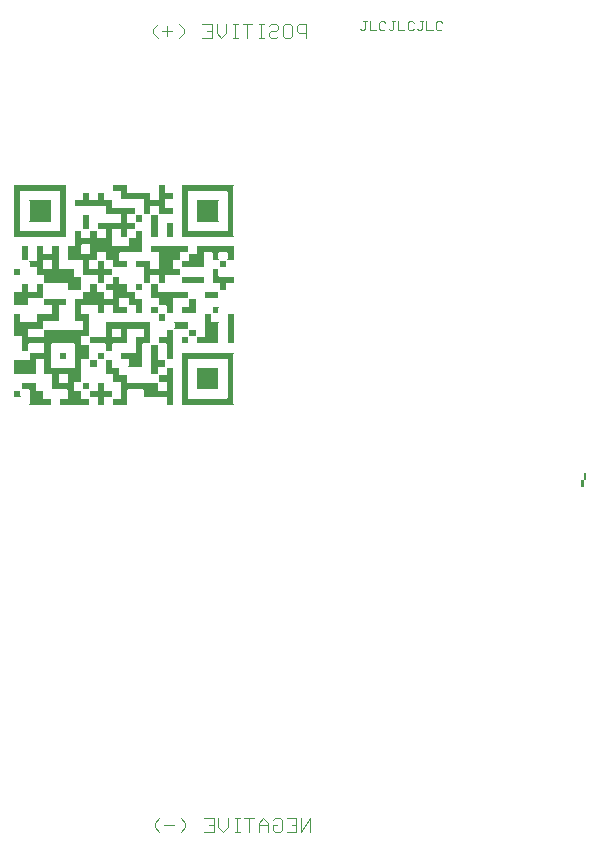
<source format=gbo>
G04*
G04 #@! TF.GenerationSoftware,Altium Limited,Altium Designer,19.1.7 (138)*
G04*
G04 Layer_Color=32896*
%FSLAX25Y25*%
%MOIN*%
G70*
G01*
G75*
%ADD12C,0.00394*%
G36*
X-61109Y105439D02*
X-61233D01*
Y105315D01*
Y105190D01*
Y105066D01*
Y104942D01*
Y104818D01*
Y104694D01*
Y104569D01*
Y104445D01*
Y104321D01*
Y104197D01*
Y104073D01*
Y103948D01*
Y103824D01*
Y103700D01*
Y103576D01*
Y103452D01*
Y103327D01*
Y103203D01*
Y103079D01*
X-58749D01*
Y102955D01*
X-58625D01*
Y102831D01*
X-58749D01*
Y102706D01*
Y102582D01*
Y102458D01*
Y102334D01*
Y102210D01*
Y102085D01*
Y101961D01*
Y101837D01*
Y101713D01*
Y101589D01*
Y101464D01*
Y101340D01*
Y101216D01*
X-58625D01*
Y101092D01*
Y100968D01*
X-61109D01*
Y100844D01*
X-61233D01*
Y100719D01*
Y100595D01*
Y100471D01*
Y100347D01*
Y100223D01*
Y100098D01*
Y99974D01*
Y99850D01*
Y99726D01*
Y99602D01*
Y99477D01*
Y99353D01*
Y99229D01*
Y99105D01*
Y98981D01*
Y98856D01*
Y98732D01*
Y98608D01*
Y98484D01*
Y98360D01*
Y98235D01*
Y98111D01*
Y97987D01*
X-58625D01*
Y97863D01*
Y97739D01*
X-58749D01*
Y97615D01*
Y97490D01*
Y97366D01*
Y97242D01*
Y97118D01*
Y96994D01*
Y96869D01*
Y96745D01*
Y96621D01*
Y96497D01*
Y96373D01*
Y96248D01*
Y96124D01*
X-58625D01*
Y96000D01*
Y95876D01*
X-63220D01*
Y96000D01*
Y96124D01*
Y96248D01*
Y96373D01*
Y96497D01*
Y96621D01*
Y96745D01*
Y96869D01*
Y96994D01*
Y97118D01*
Y97242D01*
Y97366D01*
Y97490D01*
Y97615D01*
Y97739D01*
Y97863D01*
Y97987D01*
Y98111D01*
Y98235D01*
Y98360D01*
X-63344D01*
Y98484D01*
X-66201D01*
Y98360D01*
X-66325D01*
Y98235D01*
Y98111D01*
Y97987D01*
Y97863D01*
Y97739D01*
Y97615D01*
Y97490D01*
Y97366D01*
Y97242D01*
Y97118D01*
Y96994D01*
Y96869D01*
Y96745D01*
Y96621D01*
Y96497D01*
Y96373D01*
Y96248D01*
Y96124D01*
Y96000D01*
Y95876D01*
X-68436D01*
Y96000D01*
Y96124D01*
Y96248D01*
Y96373D01*
Y96497D01*
Y96621D01*
Y96745D01*
Y96869D01*
Y96994D01*
Y97118D01*
Y97242D01*
Y97366D01*
Y97490D01*
Y97615D01*
Y97739D01*
Y97863D01*
Y97987D01*
Y98111D01*
Y98235D01*
Y98360D01*
Y98484D01*
Y98608D01*
Y98732D01*
Y98856D01*
Y98981D01*
Y99105D01*
Y99229D01*
Y99353D01*
Y99477D01*
Y99602D01*
Y99726D01*
Y99850D01*
Y99974D01*
Y100098D01*
Y100223D01*
Y100347D01*
Y100471D01*
Y100595D01*
Y100719D01*
Y100844D01*
Y100968D01*
X-76012D01*
Y101092D01*
Y101216D01*
Y101340D01*
Y101464D01*
Y101589D01*
Y101713D01*
Y101837D01*
Y101961D01*
Y102085D01*
Y102210D01*
Y102334D01*
Y102458D01*
Y102582D01*
Y102706D01*
Y102831D01*
Y102955D01*
Y103079D01*
Y103203D01*
Y103327D01*
Y103452D01*
X-76136D01*
Y103576D01*
X-78496D01*
Y103700D01*
Y103824D01*
Y103948D01*
Y104073D01*
Y104197D01*
Y104321D01*
Y104445D01*
Y104569D01*
Y104694D01*
Y104818D01*
Y104942D01*
Y105066D01*
Y105190D01*
Y105315D01*
Y105439D01*
Y105563D01*
X-73901D01*
Y105439D01*
Y105315D01*
Y105190D01*
Y105066D01*
Y104942D01*
Y104818D01*
Y104694D01*
Y104569D01*
Y104445D01*
Y104321D01*
Y104197D01*
Y104073D01*
Y103948D01*
Y103824D01*
Y103700D01*
Y103576D01*
Y103452D01*
Y103327D01*
Y103203D01*
Y103079D01*
X-66325D01*
Y102955D01*
Y102831D01*
Y102706D01*
Y102582D01*
Y102458D01*
Y102334D01*
Y102210D01*
Y102085D01*
Y101961D01*
Y101837D01*
Y101713D01*
Y101589D01*
Y101464D01*
Y101340D01*
Y101216D01*
Y101092D01*
Y100968D01*
Y100844D01*
Y100719D01*
Y100595D01*
X-66201D01*
Y100471D01*
X-63344D01*
Y100595D01*
X-63220D01*
Y100719D01*
Y100844D01*
Y100968D01*
Y101092D01*
Y101216D01*
Y101340D01*
Y101464D01*
Y101589D01*
Y101713D01*
Y101837D01*
Y101961D01*
Y102085D01*
Y102210D01*
Y102334D01*
Y102458D01*
Y102582D01*
Y102706D01*
Y102831D01*
Y102955D01*
Y103079D01*
Y103203D01*
Y103327D01*
Y103452D01*
Y103576D01*
Y103700D01*
Y103824D01*
Y103948D01*
Y104073D01*
Y104197D01*
Y104321D01*
Y104445D01*
Y104569D01*
Y104694D01*
Y104818D01*
Y104942D01*
Y105066D01*
Y105190D01*
Y105315D01*
Y105439D01*
Y105563D01*
X-61109D01*
Y105439D01*
D02*
G37*
G36*
X-81477Y102955D02*
Y102831D01*
Y102706D01*
Y102582D01*
Y102458D01*
Y102334D01*
Y102210D01*
Y102085D01*
Y101961D01*
Y101837D01*
Y101713D01*
Y101589D01*
Y101464D01*
Y101340D01*
Y101216D01*
Y101092D01*
Y100968D01*
Y100844D01*
Y100719D01*
Y100595D01*
Y100471D01*
X-78993D01*
Y100347D01*
Y100223D01*
Y100098D01*
Y99974D01*
Y99850D01*
Y99726D01*
Y99602D01*
Y99477D01*
Y99353D01*
Y99229D01*
Y99105D01*
Y98981D01*
Y98856D01*
Y98732D01*
Y98608D01*
Y98484D01*
Y98360D01*
Y98235D01*
Y98111D01*
Y97987D01*
X-71417D01*
Y97863D01*
Y97739D01*
Y97615D01*
Y97490D01*
Y97366D01*
Y97242D01*
Y97118D01*
Y96994D01*
Y96869D01*
Y96745D01*
Y96621D01*
Y96497D01*
Y96373D01*
Y96248D01*
Y96124D01*
Y96000D01*
Y95876D01*
X-73901D01*
Y95752D01*
Y95627D01*
Y95503D01*
Y95379D01*
Y95255D01*
Y95131D01*
Y95006D01*
Y94882D01*
Y94758D01*
Y94634D01*
Y94510D01*
Y94385D01*
Y94261D01*
Y94137D01*
Y94013D01*
Y93889D01*
Y93765D01*
Y93640D01*
Y93516D01*
Y93392D01*
Y93268D01*
Y93144D01*
Y93019D01*
Y92895D01*
X-71417D01*
Y92771D01*
Y92647D01*
Y92523D01*
Y92398D01*
Y92274D01*
Y92150D01*
Y92026D01*
Y91902D01*
Y91777D01*
Y91653D01*
Y91529D01*
Y91405D01*
Y91281D01*
Y91156D01*
Y91032D01*
Y90908D01*
Y90784D01*
X-73901D01*
Y90660D01*
Y90535D01*
Y90411D01*
Y90287D01*
Y90163D01*
Y90039D01*
Y89915D01*
Y89790D01*
Y89666D01*
Y89542D01*
Y89418D01*
Y89294D01*
Y89169D01*
Y89045D01*
Y88921D01*
Y88797D01*
Y88673D01*
Y88548D01*
Y88424D01*
Y88300D01*
X-76012D01*
Y88424D01*
Y88548D01*
Y88673D01*
Y88797D01*
Y88921D01*
Y89045D01*
Y89169D01*
Y89294D01*
Y89418D01*
Y89542D01*
Y89666D01*
Y89790D01*
Y89915D01*
Y90039D01*
Y90163D01*
Y90287D01*
Y90411D01*
Y90535D01*
Y90660D01*
Y90784D01*
X-78993D01*
Y90660D01*
Y90535D01*
Y90411D01*
Y90287D01*
Y90163D01*
Y90039D01*
Y89915D01*
Y89790D01*
Y89666D01*
Y89542D01*
Y89418D01*
Y89294D01*
Y89169D01*
Y89045D01*
Y88921D01*
Y88797D01*
Y88673D01*
Y88548D01*
Y88424D01*
Y88300D01*
Y88176D01*
Y88052D01*
Y87927D01*
Y87803D01*
Y87679D01*
Y87555D01*
Y87431D01*
Y87306D01*
Y87182D01*
Y87058D01*
Y86934D01*
Y86810D01*
Y86686D01*
Y86561D01*
Y86437D01*
Y86313D01*
Y86189D01*
Y86064D01*
Y85940D01*
Y85816D01*
Y85692D01*
Y85568D01*
Y85444D01*
Y85319D01*
X-78869D01*
Y85195D01*
X-73652D01*
Y85319D01*
X-73404D01*
Y85444D01*
Y85568D01*
Y85692D01*
Y85816D01*
Y85940D01*
Y86064D01*
Y86189D01*
Y86313D01*
Y86437D01*
Y86561D01*
Y86686D01*
Y86810D01*
Y86934D01*
Y87058D01*
Y87182D01*
Y87306D01*
Y87431D01*
Y87555D01*
Y87679D01*
Y87803D01*
X-70920D01*
Y87927D01*
Y88052D01*
Y88176D01*
Y88300D01*
Y88424D01*
Y88548D01*
Y88673D01*
Y88797D01*
Y88921D01*
Y89045D01*
Y89169D01*
Y89294D01*
Y89418D01*
Y89542D01*
Y89666D01*
Y89790D01*
Y89915D01*
Y90039D01*
Y90163D01*
Y90287D01*
X-68809D01*
Y90163D01*
X-68933D01*
Y90039D01*
Y89915D01*
Y89790D01*
Y89666D01*
Y89542D01*
Y89418D01*
Y89294D01*
Y89169D01*
Y89045D01*
Y88921D01*
Y88797D01*
Y88673D01*
Y88548D01*
Y88424D01*
Y88300D01*
Y88176D01*
Y88052D01*
Y87927D01*
Y87803D01*
Y87679D01*
Y87555D01*
Y87431D01*
Y87306D01*
Y87182D01*
Y87058D01*
Y86934D01*
Y86810D01*
Y86686D01*
Y86561D01*
Y86437D01*
Y86313D01*
Y86189D01*
Y86064D01*
Y85940D01*
Y85816D01*
Y85692D01*
Y85568D01*
Y85444D01*
Y85319D01*
Y85195D01*
Y85071D01*
Y84947D01*
Y84823D01*
Y84698D01*
Y84574D01*
Y84450D01*
Y84326D01*
Y84202D01*
Y84077D01*
Y83953D01*
Y83829D01*
Y83705D01*
Y83581D01*
Y83456D01*
X-68809D01*
Y83332D01*
Y83208D01*
X-76385D01*
Y83084D01*
X-76509D01*
Y82960D01*
Y82836D01*
Y82711D01*
Y82587D01*
Y82463D01*
Y82339D01*
Y82214D01*
Y82090D01*
Y81966D01*
Y81842D01*
Y81718D01*
Y81594D01*
Y81469D01*
Y81345D01*
Y81221D01*
Y81097D01*
Y80973D01*
Y80848D01*
Y80724D01*
Y80600D01*
Y80476D01*
Y80352D01*
X-76385D01*
Y80227D01*
X-73901D01*
Y80103D01*
Y79979D01*
Y79855D01*
Y79731D01*
Y79606D01*
Y79482D01*
Y79358D01*
Y79234D01*
Y79110D01*
Y78986D01*
Y78861D01*
Y78737D01*
Y78613D01*
Y78489D01*
Y78364D01*
Y78240D01*
Y78116D01*
X-78496D01*
Y78240D01*
Y78364D01*
Y78489D01*
Y78613D01*
Y78737D01*
Y78861D01*
Y78986D01*
Y79110D01*
Y79234D01*
Y79358D01*
Y79482D01*
Y79606D01*
Y79731D01*
Y79855D01*
Y79979D01*
Y80103D01*
Y80227D01*
Y80352D01*
Y80476D01*
Y80600D01*
X-78620D01*
Y80724D01*
X-80980D01*
Y80848D01*
Y80973D01*
Y81097D01*
Y81221D01*
Y81345D01*
Y81469D01*
Y81594D01*
Y81718D01*
Y81842D01*
Y81966D01*
Y82090D01*
Y82214D01*
Y82339D01*
Y82463D01*
Y82587D01*
Y82711D01*
Y82836D01*
Y82960D01*
Y83084D01*
X-81104D01*
Y83208D01*
X-83960D01*
Y83084D01*
X-84085D01*
Y82960D01*
Y82836D01*
Y82711D01*
Y82587D01*
Y82463D01*
Y82339D01*
Y82214D01*
Y82090D01*
Y81966D01*
Y81842D01*
Y81718D01*
Y81594D01*
Y81469D01*
Y81345D01*
Y81221D01*
Y81097D01*
Y80973D01*
Y80848D01*
Y80724D01*
X-86444D01*
Y80600D01*
X-86569D01*
Y80476D01*
X-86693D01*
Y80352D01*
Y80227D01*
Y80103D01*
Y79979D01*
Y79855D01*
Y79731D01*
Y79606D01*
Y79482D01*
Y79358D01*
Y79234D01*
Y79110D01*
Y78986D01*
Y78861D01*
Y78737D01*
Y78613D01*
Y78489D01*
Y78364D01*
Y78240D01*
Y78116D01*
Y77992D01*
Y77868D01*
Y77744D01*
X-86569D01*
Y77619D01*
X-83588D01*
Y77744D01*
Y77868D01*
Y77992D01*
Y78116D01*
Y78240D01*
Y78364D01*
Y78489D01*
Y78613D01*
Y78737D01*
Y78861D01*
Y78986D01*
Y79110D01*
Y79234D01*
Y79358D01*
Y79482D01*
Y79606D01*
Y79731D01*
Y79855D01*
Y79979D01*
Y80103D01*
Y80227D01*
X-81477D01*
Y80103D01*
Y79979D01*
Y79855D01*
Y79731D01*
Y79606D01*
Y79482D01*
Y79358D01*
Y79234D01*
Y79110D01*
Y78986D01*
Y78861D01*
Y78737D01*
Y78613D01*
Y78489D01*
Y78364D01*
Y78240D01*
Y78116D01*
Y77992D01*
Y77868D01*
Y77744D01*
X-81352D01*
Y77619D01*
X-78993D01*
Y77495D01*
Y77371D01*
Y77247D01*
Y77123D01*
Y76998D01*
Y76874D01*
Y76750D01*
Y76626D01*
Y76502D01*
Y76377D01*
Y76253D01*
Y76129D01*
Y76005D01*
Y75881D01*
Y75756D01*
Y75632D01*
Y75508D01*
X-81477D01*
Y75384D01*
Y75260D01*
Y75135D01*
Y75011D01*
Y74887D01*
Y74763D01*
Y74639D01*
Y74515D01*
Y74390D01*
Y74266D01*
Y74142D01*
Y74018D01*
Y73894D01*
Y73769D01*
Y73645D01*
Y73521D01*
Y73397D01*
Y73273D01*
Y73148D01*
Y73024D01*
X-83588D01*
Y73148D01*
Y73273D01*
Y73397D01*
Y73521D01*
Y73645D01*
Y73769D01*
Y73894D01*
Y74018D01*
Y74142D01*
Y74266D01*
Y74390D01*
Y74515D01*
Y74639D01*
Y74763D01*
Y74887D01*
Y75011D01*
Y75135D01*
Y75260D01*
Y75384D01*
X-83712D01*
Y75508D01*
X-88680D01*
Y75632D01*
Y75756D01*
Y75881D01*
Y76005D01*
Y76129D01*
Y76253D01*
Y76377D01*
Y76502D01*
Y76626D01*
Y76750D01*
Y76874D01*
Y76998D01*
Y77123D01*
Y77247D01*
Y77371D01*
Y77495D01*
Y77619D01*
Y77744D01*
Y77868D01*
Y77992D01*
Y78116D01*
Y78240D01*
Y78364D01*
Y78489D01*
Y78613D01*
Y78737D01*
Y78861D01*
Y78986D01*
Y79110D01*
Y79234D01*
Y79358D01*
Y79482D01*
Y79606D01*
Y79731D01*
Y79855D01*
Y79979D01*
Y80103D01*
Y80227D01*
Y80352D01*
Y80476D01*
Y80600D01*
X-88804D01*
Y80724D01*
X-93772D01*
Y80848D01*
Y80973D01*
Y81097D01*
Y81221D01*
Y81345D01*
Y81469D01*
Y81594D01*
Y81718D01*
Y81842D01*
Y81966D01*
Y82090D01*
Y82214D01*
Y82339D01*
Y82463D01*
Y82587D01*
Y82711D01*
Y82836D01*
Y82960D01*
Y83084D01*
Y83208D01*
Y83332D01*
Y83456D01*
Y83581D01*
Y83705D01*
Y83829D01*
Y83953D01*
Y84077D01*
Y84202D01*
Y84326D01*
Y84450D01*
Y84574D01*
Y84698D01*
Y84823D01*
Y84947D01*
Y85071D01*
Y85195D01*
X-91412D01*
Y85319D01*
X-91288D01*
Y85444D01*
X-91164D01*
Y85568D01*
Y85692D01*
Y85816D01*
Y85940D01*
Y86064D01*
Y86189D01*
Y86313D01*
Y86437D01*
Y86561D01*
Y86686D01*
Y86810D01*
Y86934D01*
Y87058D01*
Y87182D01*
Y87306D01*
Y87431D01*
Y87555D01*
Y87679D01*
Y87803D01*
Y87927D01*
Y88052D01*
Y88176D01*
Y88300D01*
Y88424D01*
Y88548D01*
Y88673D01*
Y88797D01*
Y88921D01*
Y89045D01*
Y89169D01*
Y89294D01*
Y89418D01*
Y89542D01*
Y89666D01*
Y89790D01*
Y89915D01*
Y90039D01*
X-91288D01*
Y90163D01*
Y90287D01*
X-89177D01*
Y90163D01*
Y90039D01*
Y89915D01*
Y89790D01*
Y89666D01*
Y89542D01*
Y89418D01*
Y89294D01*
Y89169D01*
Y89045D01*
Y88921D01*
Y88797D01*
Y88673D01*
Y88548D01*
Y88424D01*
Y88300D01*
Y88176D01*
Y88052D01*
Y87927D01*
Y87803D01*
X-86196D01*
Y87927D01*
Y88052D01*
Y88176D01*
Y88300D01*
Y88424D01*
Y88548D01*
Y88673D01*
Y88797D01*
Y88921D01*
Y89045D01*
Y89169D01*
Y89294D01*
Y89418D01*
Y89542D01*
Y89666D01*
Y89790D01*
Y89915D01*
Y90039D01*
Y90163D01*
Y90287D01*
X-84085D01*
Y90163D01*
Y90039D01*
Y89915D01*
Y89790D01*
Y89666D01*
Y89542D01*
Y89418D01*
Y89294D01*
Y89169D01*
Y89045D01*
Y88921D01*
Y88797D01*
Y88673D01*
Y88548D01*
Y88424D01*
Y88300D01*
Y88176D01*
Y88052D01*
Y87927D01*
Y87803D01*
X-80980D01*
Y87927D01*
Y88052D01*
Y88176D01*
Y88300D01*
Y88424D01*
Y88548D01*
Y88673D01*
Y88797D01*
Y88921D01*
Y89045D01*
Y89169D01*
Y89294D01*
Y89418D01*
Y89542D01*
Y89666D01*
Y89790D01*
Y89915D01*
Y90039D01*
Y90163D01*
Y90287D01*
Y90411D01*
Y90535D01*
Y90660D01*
X-81104D01*
Y90784D01*
X-83588D01*
Y90908D01*
Y91032D01*
Y91156D01*
Y91281D01*
Y91405D01*
Y91529D01*
Y91653D01*
Y91777D01*
Y91902D01*
Y92026D01*
Y92150D01*
Y92274D01*
Y92398D01*
Y92523D01*
Y92647D01*
Y92771D01*
Y92895D01*
X-76012D01*
Y93019D01*
Y93144D01*
Y93268D01*
Y93392D01*
Y93516D01*
Y93640D01*
Y93765D01*
Y93889D01*
Y94013D01*
Y94137D01*
Y94261D01*
Y94385D01*
Y94510D01*
Y94634D01*
Y94758D01*
Y94882D01*
Y95006D01*
Y95131D01*
Y95255D01*
Y95379D01*
Y95503D01*
Y95627D01*
Y95752D01*
Y95876D01*
X-81104D01*
Y96000D01*
X-80980D01*
Y96124D01*
Y96248D01*
Y96373D01*
Y96497D01*
Y96621D01*
Y96745D01*
Y96869D01*
Y96994D01*
Y97118D01*
Y97242D01*
Y97366D01*
Y97490D01*
Y97615D01*
Y97739D01*
Y97863D01*
Y97987D01*
Y98111D01*
Y98235D01*
Y98360D01*
X-81104D01*
Y98484D01*
X-91288D01*
Y98608D01*
Y98732D01*
X-91164D01*
Y98856D01*
Y98981D01*
Y99105D01*
Y99229D01*
Y99353D01*
Y99477D01*
Y99602D01*
Y99726D01*
Y99850D01*
Y99974D01*
Y100098D01*
Y100223D01*
X-91288D01*
Y100347D01*
Y100471D01*
X-88804D01*
Y100595D01*
X-88680D01*
Y100719D01*
Y100844D01*
Y100968D01*
Y101092D01*
Y101216D01*
Y101340D01*
Y101464D01*
Y101589D01*
Y101713D01*
Y101837D01*
Y101961D01*
Y102085D01*
Y102210D01*
Y102334D01*
Y102458D01*
Y102582D01*
Y102706D01*
Y102831D01*
Y102955D01*
Y103079D01*
X-86693D01*
Y102955D01*
Y102831D01*
Y102706D01*
Y102582D01*
Y102458D01*
Y102334D01*
Y102210D01*
Y102085D01*
Y101961D01*
Y101837D01*
Y101713D01*
Y101589D01*
Y101464D01*
Y101340D01*
Y101216D01*
Y101092D01*
Y100968D01*
Y100844D01*
Y100719D01*
Y100595D01*
X-86569D01*
Y100471D01*
X-83588D01*
Y100595D01*
Y100719D01*
Y100844D01*
Y100968D01*
Y101092D01*
Y101216D01*
Y101340D01*
Y101464D01*
Y101589D01*
Y101713D01*
Y101837D01*
Y101961D01*
Y102085D01*
Y102210D01*
Y102334D01*
Y102458D01*
Y102582D01*
Y102706D01*
Y102831D01*
Y102955D01*
Y103079D01*
X-81477D01*
Y102955D01*
D02*
G37*
G36*
X-68933Y95379D02*
X-68809D01*
Y95255D01*
X-68933D01*
Y95131D01*
Y95006D01*
Y94882D01*
Y94758D01*
Y94634D01*
Y94510D01*
Y94385D01*
Y94261D01*
Y94137D01*
Y94013D01*
Y93889D01*
Y93765D01*
Y93640D01*
Y93516D01*
X-68809D01*
Y93392D01*
X-68933D01*
Y93268D01*
X-70920D01*
Y93392D01*
Y93516D01*
Y93640D01*
Y93765D01*
Y93889D01*
Y94013D01*
Y94137D01*
Y94261D01*
Y94385D01*
Y94510D01*
Y94634D01*
Y94758D01*
Y94882D01*
Y95006D01*
Y95131D01*
Y95255D01*
Y95379D01*
Y95503D01*
X-68933D01*
Y95379D01*
D02*
G37*
G36*
X-86693D02*
Y95255D01*
Y95131D01*
Y95006D01*
Y94882D01*
Y94758D01*
Y94634D01*
Y94510D01*
Y94385D01*
Y94261D01*
Y94137D01*
Y94013D01*
Y93889D01*
Y93765D01*
Y93640D01*
Y93516D01*
Y93392D01*
Y93268D01*
Y93144D01*
Y93019D01*
Y92895D01*
Y92771D01*
Y92647D01*
Y92523D01*
Y92398D01*
Y92274D01*
Y92150D01*
Y92026D01*
Y91902D01*
Y91777D01*
Y91653D01*
Y91529D01*
Y91405D01*
Y91281D01*
Y91156D01*
Y91032D01*
Y90908D01*
Y90784D01*
X-88680D01*
Y90908D01*
Y91032D01*
Y91156D01*
Y91281D01*
Y91405D01*
Y91529D01*
Y91653D01*
Y91777D01*
Y91902D01*
Y92026D01*
Y92150D01*
Y92274D01*
Y92398D01*
Y92523D01*
Y92647D01*
Y92771D01*
Y92895D01*
Y93019D01*
Y93144D01*
Y93268D01*
Y93392D01*
Y93516D01*
Y93640D01*
Y93765D01*
Y93889D01*
Y94013D01*
Y94137D01*
Y94261D01*
Y94385D01*
Y94510D01*
Y94634D01*
Y94758D01*
Y94882D01*
Y95006D01*
Y95131D01*
Y95255D01*
Y95379D01*
Y95503D01*
X-86693D01*
Y95379D01*
D02*
G37*
G36*
X-38381Y105439D02*
Y105315D01*
X-38506D01*
Y105190D01*
Y105066D01*
Y104942D01*
Y104818D01*
Y104694D01*
Y104569D01*
Y104445D01*
Y104321D01*
Y104197D01*
Y104073D01*
Y103948D01*
Y103824D01*
Y103700D01*
Y103576D01*
Y103452D01*
Y103327D01*
Y103203D01*
Y103079D01*
Y102955D01*
Y102831D01*
Y102706D01*
Y102582D01*
Y102458D01*
Y102334D01*
Y102210D01*
Y102085D01*
Y101961D01*
Y101837D01*
Y101713D01*
Y101589D01*
Y101464D01*
Y101340D01*
Y101216D01*
Y101092D01*
Y100968D01*
Y100844D01*
Y100719D01*
Y100595D01*
Y100471D01*
Y100347D01*
Y100223D01*
Y100098D01*
Y99974D01*
Y99850D01*
Y99726D01*
Y99602D01*
Y99477D01*
Y99353D01*
Y99229D01*
Y99105D01*
Y98981D01*
Y98856D01*
Y98732D01*
Y98608D01*
Y98484D01*
Y98360D01*
Y98235D01*
Y98111D01*
Y97987D01*
Y97863D01*
Y97739D01*
Y97615D01*
Y97490D01*
Y97366D01*
Y97242D01*
Y97118D01*
Y96994D01*
Y96869D01*
Y96745D01*
Y96621D01*
Y96497D01*
Y96373D01*
Y96248D01*
Y96124D01*
Y96000D01*
Y95876D01*
Y95752D01*
Y95627D01*
Y95503D01*
Y95379D01*
Y95255D01*
Y95131D01*
Y95006D01*
Y94882D01*
Y94758D01*
Y94634D01*
Y94510D01*
Y94385D01*
Y94261D01*
Y94137D01*
Y94013D01*
Y93889D01*
Y93765D01*
Y93640D01*
Y93516D01*
Y93392D01*
Y93268D01*
Y93144D01*
Y93019D01*
Y92895D01*
Y92771D01*
Y92647D01*
Y92523D01*
Y92398D01*
Y92274D01*
Y92150D01*
Y92026D01*
Y91902D01*
Y91777D01*
Y91653D01*
Y91529D01*
Y91405D01*
Y91281D01*
Y91156D01*
Y91032D01*
Y90908D01*
Y90784D01*
Y90660D01*
Y90535D01*
Y90411D01*
Y90287D01*
Y90163D01*
Y90039D01*
Y89915D01*
Y89790D01*
Y89666D01*
Y89542D01*
Y89418D01*
Y89294D01*
Y89169D01*
Y89045D01*
Y88921D01*
Y88797D01*
Y88673D01*
Y88548D01*
X-38381D01*
Y88424D01*
Y88300D01*
X-55769D01*
Y88424D01*
X-55644D01*
Y88548D01*
Y88673D01*
Y88797D01*
Y88921D01*
Y89045D01*
Y89169D01*
Y89294D01*
Y89418D01*
Y89542D01*
Y89666D01*
Y89790D01*
Y89915D01*
Y90039D01*
Y90163D01*
Y90287D01*
Y90411D01*
Y90535D01*
Y90660D01*
Y90784D01*
Y90908D01*
Y91032D01*
Y91156D01*
Y91281D01*
Y91405D01*
Y91529D01*
Y91653D01*
Y91777D01*
Y91902D01*
Y92026D01*
Y92150D01*
Y92274D01*
Y92398D01*
Y92523D01*
Y92647D01*
Y92771D01*
Y92895D01*
Y93019D01*
Y93144D01*
Y93268D01*
Y93392D01*
Y93516D01*
Y93640D01*
Y93765D01*
Y93889D01*
Y94013D01*
Y94137D01*
Y94261D01*
Y94385D01*
Y94510D01*
Y94634D01*
Y94758D01*
Y94882D01*
Y95006D01*
Y95131D01*
Y95255D01*
Y95379D01*
Y95503D01*
Y95627D01*
Y95752D01*
Y95876D01*
Y96000D01*
Y96124D01*
Y96248D01*
Y96373D01*
Y96497D01*
Y96621D01*
Y96745D01*
Y96869D01*
Y96994D01*
Y97118D01*
Y97242D01*
Y97366D01*
Y97490D01*
Y97615D01*
Y97739D01*
Y97863D01*
Y97987D01*
Y98111D01*
Y98235D01*
Y98360D01*
Y98484D01*
Y98608D01*
Y98732D01*
Y98856D01*
Y98981D01*
Y99105D01*
Y99229D01*
Y99353D01*
Y99477D01*
Y99602D01*
Y99726D01*
Y99850D01*
Y99974D01*
Y100098D01*
Y100223D01*
Y100347D01*
Y100471D01*
Y100595D01*
Y100719D01*
Y100844D01*
Y100968D01*
Y101092D01*
Y101216D01*
Y101340D01*
Y101464D01*
Y101589D01*
Y101713D01*
Y101837D01*
Y101961D01*
Y102085D01*
Y102210D01*
Y102334D01*
Y102458D01*
Y102582D01*
Y102706D01*
Y102831D01*
Y102955D01*
Y103079D01*
Y103203D01*
Y103327D01*
Y103452D01*
Y103576D01*
Y103700D01*
Y103824D01*
Y103948D01*
Y104073D01*
Y104197D01*
Y104321D01*
Y104445D01*
Y104569D01*
Y104694D01*
Y104818D01*
Y104942D01*
Y105066D01*
Y105190D01*
Y105315D01*
Y105439D01*
Y105563D01*
X-38381D01*
Y105439D01*
D02*
G37*
G36*
X-58625Y92771D02*
Y92647D01*
X-58749D01*
Y92523D01*
Y92398D01*
Y92274D01*
Y92150D01*
Y92026D01*
Y91902D01*
Y91777D01*
Y91653D01*
Y91529D01*
Y91405D01*
Y91281D01*
Y91156D01*
Y91032D01*
Y90908D01*
Y90784D01*
Y90660D01*
Y90535D01*
Y90411D01*
Y90287D01*
Y90163D01*
Y90039D01*
Y89915D01*
Y89790D01*
Y89666D01*
Y89542D01*
Y89418D01*
Y89294D01*
Y89169D01*
Y89045D01*
Y88921D01*
Y88797D01*
Y88673D01*
Y88548D01*
Y88424D01*
X-58625D01*
Y88300D01*
X-60736D01*
Y88424D01*
Y88548D01*
Y88673D01*
Y88797D01*
Y88921D01*
Y89045D01*
Y89169D01*
Y89294D01*
Y89418D01*
Y89542D01*
Y89666D01*
Y89790D01*
Y89915D01*
Y90039D01*
Y90163D01*
Y90287D01*
Y90411D01*
Y90535D01*
Y90660D01*
Y90784D01*
Y90908D01*
Y91032D01*
Y91156D01*
Y91281D01*
Y91405D01*
Y91529D01*
Y91653D01*
Y91777D01*
Y91902D01*
Y92026D01*
Y92150D01*
Y92274D01*
Y92398D01*
Y92523D01*
Y92647D01*
Y92771D01*
Y92895D01*
X-58625D01*
Y92771D01*
D02*
G37*
G36*
X-63717Y95379D02*
Y95255D01*
Y95131D01*
Y95006D01*
Y94882D01*
Y94758D01*
Y94634D01*
Y94510D01*
Y94385D01*
Y94261D01*
Y94137D01*
Y94013D01*
Y93889D01*
Y93765D01*
Y93640D01*
Y93516D01*
Y93392D01*
Y93268D01*
Y93144D01*
Y93019D01*
Y92895D01*
Y92771D01*
Y92647D01*
Y92523D01*
Y92398D01*
Y92274D01*
Y92150D01*
Y92026D01*
Y91902D01*
Y91777D01*
Y91653D01*
Y91529D01*
Y91405D01*
Y91281D01*
Y91156D01*
Y91032D01*
Y90908D01*
Y90784D01*
Y90660D01*
Y90535D01*
Y90411D01*
Y90287D01*
Y90163D01*
Y90039D01*
Y89915D01*
Y89790D01*
Y89666D01*
Y89542D01*
Y89418D01*
Y89294D01*
Y89169D01*
Y89045D01*
Y88921D01*
Y88797D01*
Y88673D01*
Y88548D01*
Y88424D01*
Y88300D01*
X-65828D01*
Y88424D01*
Y88548D01*
Y88673D01*
Y88797D01*
Y88921D01*
Y89045D01*
Y89169D01*
Y89294D01*
Y89418D01*
Y89542D01*
Y89666D01*
Y89790D01*
Y89915D01*
Y90039D01*
Y90163D01*
Y90287D01*
Y90411D01*
Y90535D01*
Y90660D01*
Y90784D01*
Y90908D01*
Y91032D01*
Y91156D01*
Y91281D01*
Y91405D01*
Y91529D01*
Y91653D01*
Y91777D01*
Y91902D01*
Y92026D01*
Y92150D01*
Y92274D01*
Y92398D01*
Y92523D01*
Y92647D01*
Y92771D01*
Y92895D01*
Y93019D01*
Y93144D01*
Y93268D01*
Y93392D01*
Y93516D01*
Y93640D01*
Y93765D01*
Y93889D01*
Y94013D01*
Y94137D01*
Y94261D01*
Y94385D01*
Y94510D01*
Y94634D01*
Y94758D01*
Y94882D01*
Y95006D01*
Y95131D01*
Y95255D01*
Y95379D01*
Y95503D01*
X-63717D01*
Y95379D01*
D02*
G37*
G36*
X-94269Y105439D02*
Y105315D01*
Y105190D01*
Y105066D01*
Y104942D01*
Y104818D01*
Y104694D01*
Y104569D01*
Y104445D01*
Y104321D01*
Y104197D01*
Y104073D01*
Y103948D01*
Y103824D01*
Y103700D01*
Y103576D01*
Y103452D01*
Y103327D01*
Y103203D01*
Y103079D01*
Y102955D01*
Y102831D01*
Y102706D01*
Y102582D01*
Y102458D01*
Y102334D01*
Y102210D01*
Y102085D01*
Y101961D01*
Y101837D01*
Y101713D01*
Y101589D01*
Y101464D01*
Y101340D01*
Y101216D01*
Y101092D01*
Y100968D01*
Y100844D01*
Y100719D01*
Y100595D01*
Y100471D01*
Y100347D01*
Y100223D01*
Y100098D01*
Y99974D01*
Y99850D01*
Y99726D01*
Y99602D01*
Y99477D01*
Y99353D01*
Y99229D01*
Y99105D01*
Y98981D01*
Y98856D01*
Y98732D01*
Y98608D01*
Y98484D01*
Y98360D01*
Y98235D01*
Y98111D01*
Y97987D01*
Y97863D01*
Y97739D01*
Y97615D01*
Y97490D01*
Y97366D01*
Y97242D01*
Y97118D01*
Y96994D01*
Y96869D01*
Y96745D01*
Y96621D01*
Y96497D01*
Y96373D01*
Y96248D01*
Y96124D01*
Y96000D01*
Y95876D01*
Y95752D01*
Y95627D01*
Y95503D01*
Y95379D01*
Y95255D01*
Y95131D01*
Y95006D01*
Y94882D01*
Y94758D01*
Y94634D01*
Y94510D01*
Y94385D01*
Y94261D01*
Y94137D01*
Y94013D01*
Y93889D01*
Y93765D01*
Y93640D01*
Y93516D01*
Y93392D01*
Y93268D01*
Y93144D01*
Y93019D01*
Y92895D01*
Y92771D01*
Y92647D01*
Y92523D01*
Y92398D01*
Y92274D01*
Y92150D01*
Y92026D01*
Y91902D01*
Y91777D01*
Y91653D01*
Y91529D01*
Y91405D01*
Y91281D01*
Y91156D01*
Y91032D01*
Y90908D01*
Y90784D01*
Y90660D01*
Y90535D01*
Y90411D01*
Y90287D01*
Y90163D01*
Y90039D01*
Y89915D01*
Y89790D01*
Y89666D01*
Y89542D01*
Y89418D01*
Y89294D01*
Y89169D01*
Y89045D01*
Y88921D01*
Y88797D01*
Y88673D01*
Y88548D01*
Y88424D01*
Y88300D01*
X-111531D01*
Y88424D01*
Y88548D01*
Y88673D01*
Y88797D01*
Y88921D01*
Y89045D01*
Y89169D01*
Y89294D01*
Y89418D01*
Y89542D01*
Y89666D01*
Y89790D01*
Y89915D01*
Y90039D01*
Y90163D01*
Y90287D01*
Y90411D01*
Y90535D01*
Y90660D01*
Y90784D01*
Y90908D01*
Y91032D01*
Y91156D01*
Y91281D01*
Y91405D01*
Y91529D01*
Y91653D01*
Y91777D01*
Y91902D01*
Y92026D01*
Y92150D01*
Y92274D01*
Y92398D01*
Y92523D01*
Y92647D01*
Y92771D01*
Y92895D01*
Y93019D01*
Y93144D01*
Y93268D01*
Y93392D01*
Y93516D01*
Y93640D01*
Y93765D01*
Y93889D01*
Y94013D01*
Y94137D01*
Y94261D01*
Y94385D01*
Y94510D01*
Y94634D01*
Y94758D01*
Y94882D01*
Y95006D01*
Y95131D01*
Y95255D01*
Y95379D01*
Y95503D01*
Y95627D01*
Y95752D01*
Y95876D01*
Y96000D01*
Y96124D01*
Y96248D01*
Y96373D01*
Y96497D01*
Y96621D01*
Y96745D01*
Y96869D01*
Y96994D01*
Y97118D01*
Y97242D01*
Y97366D01*
Y97490D01*
Y97615D01*
Y97739D01*
Y97863D01*
Y97987D01*
Y98111D01*
Y98235D01*
Y98360D01*
Y98484D01*
Y98608D01*
Y98732D01*
Y98856D01*
Y98981D01*
Y99105D01*
Y99229D01*
Y99353D01*
Y99477D01*
Y99602D01*
Y99726D01*
Y99850D01*
Y99974D01*
Y100098D01*
Y100223D01*
Y100347D01*
Y100471D01*
Y100595D01*
Y100719D01*
Y100844D01*
Y100968D01*
Y101092D01*
Y101216D01*
Y101340D01*
Y101464D01*
Y101589D01*
Y101713D01*
Y101837D01*
Y101961D01*
Y102085D01*
Y102210D01*
Y102334D01*
Y102458D01*
Y102582D01*
Y102706D01*
Y102831D01*
Y102955D01*
Y103079D01*
Y103203D01*
Y103327D01*
Y103452D01*
Y103576D01*
Y103700D01*
Y103824D01*
Y103948D01*
Y104073D01*
Y104197D01*
Y104321D01*
Y104445D01*
Y104569D01*
Y104694D01*
Y104818D01*
Y104942D01*
Y105066D01*
Y105190D01*
Y105315D01*
Y105439D01*
Y105563D01*
X-94269D01*
Y105439D01*
D02*
G37*
G36*
X-96752Y85071D02*
Y84947D01*
Y84823D01*
Y84698D01*
Y84574D01*
Y84450D01*
Y84326D01*
Y84202D01*
Y84077D01*
Y83953D01*
Y83829D01*
Y83705D01*
Y83581D01*
Y83456D01*
Y83332D01*
Y83208D01*
Y83084D01*
Y82960D01*
Y82836D01*
Y82711D01*
Y82587D01*
Y82463D01*
Y82339D01*
Y82214D01*
Y82090D01*
Y81966D01*
Y81842D01*
Y81718D01*
Y81594D01*
Y81469D01*
Y81345D01*
Y81221D01*
Y81097D01*
Y80973D01*
Y80848D01*
Y80724D01*
Y80600D01*
Y80476D01*
Y80352D01*
Y80227D01*
Y80103D01*
Y79979D01*
Y79855D01*
Y79731D01*
Y79606D01*
Y79482D01*
Y79358D01*
Y79234D01*
Y79110D01*
Y78986D01*
Y78861D01*
Y78737D01*
Y78613D01*
Y78489D01*
Y78364D01*
Y78240D01*
Y78116D01*
Y77992D01*
Y77868D01*
Y77744D01*
X-96628D01*
Y77619D01*
X-91660D01*
Y77495D01*
Y77371D01*
X-91785D01*
Y77247D01*
Y77123D01*
Y76998D01*
Y76874D01*
Y76750D01*
Y76626D01*
Y76502D01*
Y76377D01*
Y76253D01*
Y76129D01*
Y76005D01*
Y75881D01*
Y75756D01*
Y75632D01*
Y75508D01*
Y75384D01*
Y75260D01*
X-91660D01*
Y75135D01*
X-91536D01*
Y75011D01*
X-89177D01*
Y74887D01*
Y74763D01*
Y74639D01*
Y74515D01*
Y74390D01*
Y74266D01*
Y74142D01*
Y74018D01*
Y73894D01*
Y73769D01*
Y73645D01*
Y73521D01*
Y73397D01*
Y73273D01*
Y73148D01*
Y73024D01*
Y72900D01*
Y72776D01*
Y72652D01*
Y72527D01*
Y72403D01*
Y72279D01*
Y72155D01*
Y72031D01*
Y71906D01*
Y71782D01*
Y71658D01*
Y71534D01*
Y71410D01*
Y71285D01*
Y71161D01*
Y71037D01*
Y70913D01*
Y70789D01*
Y70665D01*
Y70540D01*
X-93772D01*
Y70665D01*
Y70789D01*
Y70913D01*
Y71037D01*
Y71161D01*
Y71285D01*
Y71410D01*
Y71534D01*
Y71658D01*
Y71782D01*
Y71906D01*
Y72031D01*
Y72155D01*
Y72279D01*
Y72403D01*
Y72527D01*
Y72652D01*
Y72776D01*
Y72900D01*
Y73024D01*
X-101472D01*
Y73148D01*
Y73273D01*
Y73397D01*
Y73521D01*
Y73645D01*
Y73769D01*
Y73894D01*
Y74018D01*
Y74142D01*
Y74266D01*
Y74390D01*
Y74515D01*
Y74639D01*
Y74763D01*
Y74887D01*
Y75011D01*
Y75135D01*
Y75260D01*
Y75384D01*
Y75508D01*
X-103956D01*
Y75632D01*
Y75756D01*
Y75881D01*
Y76005D01*
Y76129D01*
Y76253D01*
Y76377D01*
Y76502D01*
Y76626D01*
Y76750D01*
Y76874D01*
Y76998D01*
Y77123D01*
Y77247D01*
Y77371D01*
Y77495D01*
Y77619D01*
Y77744D01*
Y77868D01*
Y77992D01*
Y78116D01*
X-106564D01*
Y78240D01*
X-106439D01*
Y78364D01*
Y78489D01*
Y78613D01*
Y78737D01*
Y78861D01*
Y78986D01*
Y79110D01*
Y79234D01*
Y79358D01*
Y79482D01*
Y79606D01*
Y79731D01*
Y79855D01*
Y79979D01*
X-106564D01*
Y80103D01*
X-106439D01*
Y80227D01*
X-103956D01*
Y80352D01*
Y80476D01*
Y80600D01*
Y80724D01*
Y80848D01*
Y80973D01*
Y81097D01*
Y81221D01*
Y81345D01*
Y81469D01*
Y81594D01*
Y81718D01*
Y81842D01*
Y81966D01*
Y82090D01*
Y82214D01*
Y82339D01*
Y82463D01*
Y82587D01*
Y82711D01*
Y82836D01*
Y82960D01*
Y83084D01*
Y83208D01*
Y83332D01*
Y83456D01*
Y83581D01*
Y83705D01*
Y83829D01*
Y83953D01*
Y84077D01*
Y84202D01*
Y84326D01*
Y84450D01*
Y84574D01*
Y84698D01*
Y84823D01*
Y84947D01*
Y85071D01*
Y85195D01*
X-101844D01*
Y85071D01*
Y84947D01*
Y84823D01*
Y84698D01*
Y84574D01*
Y84450D01*
Y84326D01*
Y84202D01*
Y84077D01*
Y83953D01*
Y83829D01*
Y83705D01*
Y83581D01*
Y83456D01*
Y83332D01*
Y83208D01*
Y83084D01*
Y82960D01*
Y82836D01*
Y82711D01*
X-98864D01*
Y82836D01*
Y82960D01*
Y83084D01*
Y83208D01*
Y83332D01*
Y83456D01*
Y83581D01*
Y83705D01*
Y83829D01*
Y83953D01*
Y84077D01*
Y84202D01*
Y84326D01*
Y84450D01*
Y84574D01*
Y84698D01*
Y84823D01*
Y84947D01*
Y85071D01*
Y85195D01*
X-96752D01*
Y85071D01*
D02*
G37*
G36*
X-38381D02*
Y84947D01*
Y84823D01*
Y84698D01*
Y84574D01*
Y84450D01*
Y84326D01*
Y84202D01*
Y84077D01*
Y83953D01*
Y83829D01*
Y83705D01*
Y83581D01*
Y83456D01*
Y83332D01*
Y83208D01*
Y83084D01*
Y82960D01*
Y82836D01*
Y82711D01*
Y82587D01*
Y82463D01*
Y82339D01*
Y82214D01*
Y82090D01*
Y81966D01*
Y81842D01*
Y81718D01*
Y81594D01*
Y81469D01*
Y81345D01*
Y81221D01*
Y81097D01*
Y80973D01*
Y80848D01*
Y80724D01*
X-40493D01*
Y80848D01*
X-40369D01*
Y80973D01*
Y81097D01*
Y81221D01*
Y81345D01*
Y81469D01*
Y81594D01*
Y81718D01*
Y81842D01*
Y81966D01*
Y82090D01*
Y82214D01*
Y82339D01*
Y82463D01*
Y82587D01*
Y82711D01*
Y82836D01*
Y82960D01*
Y83084D01*
X-40493D01*
Y83208D01*
X-43349D01*
Y83084D01*
X-43473D01*
Y82960D01*
Y82836D01*
Y82711D01*
Y82587D01*
Y82463D01*
Y82339D01*
Y82214D01*
Y82090D01*
Y81966D01*
Y81842D01*
Y81718D01*
Y81594D01*
Y81469D01*
Y81345D01*
Y81221D01*
Y81097D01*
Y80973D01*
Y80848D01*
X-43349D01*
Y80724D01*
X-45461D01*
Y80848D01*
Y80973D01*
Y81097D01*
Y81221D01*
Y81345D01*
Y81469D01*
Y81594D01*
Y81718D01*
Y81842D01*
Y81966D01*
Y82090D01*
Y82214D01*
Y82339D01*
Y82463D01*
Y82587D01*
Y82711D01*
Y82836D01*
Y82960D01*
Y83084D01*
X-45585D01*
Y83208D01*
X-48441D01*
Y83084D01*
Y82960D01*
Y82836D01*
Y82711D01*
Y82587D01*
Y82463D01*
Y82339D01*
Y82214D01*
Y82090D01*
Y81966D01*
Y81842D01*
Y81718D01*
Y81594D01*
Y81469D01*
Y81345D01*
Y81221D01*
Y81097D01*
Y80973D01*
Y80848D01*
Y80724D01*
Y80600D01*
Y80476D01*
Y80352D01*
Y80227D01*
Y80103D01*
Y79979D01*
Y79855D01*
Y79731D01*
Y79606D01*
Y79482D01*
Y79358D01*
Y79234D01*
Y79110D01*
Y78986D01*
Y78861D01*
Y78737D01*
Y78613D01*
Y78489D01*
Y78364D01*
Y78240D01*
Y78116D01*
X-55644D01*
Y78240D01*
Y78364D01*
Y78489D01*
Y78613D01*
Y78737D01*
Y78861D01*
Y78986D01*
Y79110D01*
Y79234D01*
Y79358D01*
Y79482D01*
Y79606D01*
Y79731D01*
Y79855D01*
Y79979D01*
Y80103D01*
Y80227D01*
X-53161D01*
Y80352D01*
Y80476D01*
Y80600D01*
Y80724D01*
Y80848D01*
Y80973D01*
Y81097D01*
Y81221D01*
Y81345D01*
Y81469D01*
Y81594D01*
Y81718D01*
Y81842D01*
Y81966D01*
Y82090D01*
Y82214D01*
Y82339D01*
Y82463D01*
Y82587D01*
Y82711D01*
X-50677D01*
Y82836D01*
Y82960D01*
Y83084D01*
Y83208D01*
Y83332D01*
Y83456D01*
Y83581D01*
Y83705D01*
Y83829D01*
Y83953D01*
Y84077D01*
Y84202D01*
Y84326D01*
Y84450D01*
Y84574D01*
Y84698D01*
Y84823D01*
Y84947D01*
Y85071D01*
Y85195D01*
X-38381D01*
Y85071D01*
D02*
G37*
G36*
X-106936D02*
Y84947D01*
Y84823D01*
Y84698D01*
Y84574D01*
Y84450D01*
Y84326D01*
Y84202D01*
Y84077D01*
Y83953D01*
Y83829D01*
Y83705D01*
Y83581D01*
Y83456D01*
Y83332D01*
Y83208D01*
Y83084D01*
Y82960D01*
Y82836D01*
Y82711D01*
Y82587D01*
Y82463D01*
Y82339D01*
Y82214D01*
Y82090D01*
Y81966D01*
Y81842D01*
Y81718D01*
Y81594D01*
Y81469D01*
Y81345D01*
Y81221D01*
Y81097D01*
Y80973D01*
Y80848D01*
Y80724D01*
X-109048D01*
Y80848D01*
Y80973D01*
Y81097D01*
Y81221D01*
Y81345D01*
Y81469D01*
Y81594D01*
Y81718D01*
Y81842D01*
Y81966D01*
Y82090D01*
Y82214D01*
Y82339D01*
Y82463D01*
Y82587D01*
Y82711D01*
Y82836D01*
Y82960D01*
Y83084D01*
Y83208D01*
Y83332D01*
Y83456D01*
Y83581D01*
Y83705D01*
Y83829D01*
Y83953D01*
Y84077D01*
Y84202D01*
Y84326D01*
Y84450D01*
Y84574D01*
Y84698D01*
Y84823D01*
Y84947D01*
Y85071D01*
Y85195D01*
X-106936D01*
Y85071D01*
D02*
G37*
G36*
X-40865Y80103D02*
Y79979D01*
Y79855D01*
Y79731D01*
Y79606D01*
Y79482D01*
Y79358D01*
Y79234D01*
Y79110D01*
Y78986D01*
Y78861D01*
Y78737D01*
Y78613D01*
Y78489D01*
Y78364D01*
Y78240D01*
Y78116D01*
X-42977D01*
Y78240D01*
Y78364D01*
Y78489D01*
Y78613D01*
Y78737D01*
Y78861D01*
Y78986D01*
Y79110D01*
Y79234D01*
Y79358D01*
Y79482D01*
Y79606D01*
Y79731D01*
Y79855D01*
Y79979D01*
Y80103D01*
Y80227D01*
X-40865D01*
Y80103D01*
D02*
G37*
G36*
X-53657Y85071D02*
Y84947D01*
Y84823D01*
Y84698D01*
Y84574D01*
Y84450D01*
Y84326D01*
Y84202D01*
Y84077D01*
Y83953D01*
Y83829D01*
Y83705D01*
Y83581D01*
Y83456D01*
Y83332D01*
Y83208D01*
X-56141D01*
Y83084D01*
Y82960D01*
Y82836D01*
Y82711D01*
Y82587D01*
Y82463D01*
Y82339D01*
Y82214D01*
Y82090D01*
Y81966D01*
Y81842D01*
Y81718D01*
Y81594D01*
Y81469D01*
Y81345D01*
Y81221D01*
Y81097D01*
Y80973D01*
Y80848D01*
Y80724D01*
X-58501D01*
Y80600D01*
X-58625D01*
Y80476D01*
X-58749D01*
Y80352D01*
Y80227D01*
Y80103D01*
Y79979D01*
Y79855D01*
Y79731D01*
Y79606D01*
Y79482D01*
Y79358D01*
Y79234D01*
Y79110D01*
Y78986D01*
Y78861D01*
Y78737D01*
Y78613D01*
Y78489D01*
Y78364D01*
Y78240D01*
Y78116D01*
Y77992D01*
Y77868D01*
Y77744D01*
X-58625D01*
Y77619D01*
X-56141D01*
Y77495D01*
Y77371D01*
Y77247D01*
Y77123D01*
Y76998D01*
Y76874D01*
Y76750D01*
Y76626D01*
Y76502D01*
Y76377D01*
Y76253D01*
Y76129D01*
Y76005D01*
Y75881D01*
Y75756D01*
Y75632D01*
Y75508D01*
X-61233D01*
Y75384D01*
Y75260D01*
Y75135D01*
Y75011D01*
Y74887D01*
Y74763D01*
Y74639D01*
Y74515D01*
Y74390D01*
Y74266D01*
Y74142D01*
Y74018D01*
Y73894D01*
Y73769D01*
Y73645D01*
Y73521D01*
Y73397D01*
Y73273D01*
Y73148D01*
Y73024D01*
X-63220D01*
Y73148D01*
Y73273D01*
Y73397D01*
Y73521D01*
Y73645D01*
Y73769D01*
Y73894D01*
Y74018D01*
Y74142D01*
Y74266D01*
Y74390D01*
Y74515D01*
Y74639D01*
Y74763D01*
Y74887D01*
Y75011D01*
Y75135D01*
Y75260D01*
Y75384D01*
X-63344D01*
Y75508D01*
X-66325D01*
Y75384D01*
Y75260D01*
Y75135D01*
Y75011D01*
Y74887D01*
Y74763D01*
Y74639D01*
Y74515D01*
Y74390D01*
Y74266D01*
Y74142D01*
Y74018D01*
Y73894D01*
Y73769D01*
Y73645D01*
Y73521D01*
Y73397D01*
Y73273D01*
Y73148D01*
Y73024D01*
X-68436D01*
Y73148D01*
Y73273D01*
Y73397D01*
Y73521D01*
Y73645D01*
Y73769D01*
Y73894D01*
Y74018D01*
Y74142D01*
Y74266D01*
Y74390D01*
Y74515D01*
Y74639D01*
Y74763D01*
Y74887D01*
Y75011D01*
Y75135D01*
Y75260D01*
Y75384D01*
Y75508D01*
Y75632D01*
Y75756D01*
Y75881D01*
Y76005D01*
Y76129D01*
Y76253D01*
Y76377D01*
Y76502D01*
Y76626D01*
Y76750D01*
Y76874D01*
Y76998D01*
Y77123D01*
Y77247D01*
Y77371D01*
Y77495D01*
Y77619D01*
Y77744D01*
Y77868D01*
Y77992D01*
Y78116D01*
X-70920D01*
Y78240D01*
Y78364D01*
Y78489D01*
Y78613D01*
Y78737D01*
Y78861D01*
Y78986D01*
Y79110D01*
Y79234D01*
Y79358D01*
Y79482D01*
Y79606D01*
Y79731D01*
Y79855D01*
Y79979D01*
Y80103D01*
Y80227D01*
X-66325D01*
Y80103D01*
Y79979D01*
Y79855D01*
Y79731D01*
Y79606D01*
Y79482D01*
Y79358D01*
Y79234D01*
Y79110D01*
Y78986D01*
Y78861D01*
Y78737D01*
Y78613D01*
Y78489D01*
Y78364D01*
Y78240D01*
Y78116D01*
Y77992D01*
Y77868D01*
Y77744D01*
X-66201D01*
Y77619D01*
X-63220D01*
Y77744D01*
Y77868D01*
Y77992D01*
Y78116D01*
Y78240D01*
Y78364D01*
Y78489D01*
Y78613D01*
Y78737D01*
Y78861D01*
Y78986D01*
Y79110D01*
Y79234D01*
Y79358D01*
Y79482D01*
Y79606D01*
Y79731D01*
Y79855D01*
Y79979D01*
Y80103D01*
Y80227D01*
Y80352D01*
Y80476D01*
Y80600D01*
Y80724D01*
Y80848D01*
Y80973D01*
Y81097D01*
Y81221D01*
Y81345D01*
Y81469D01*
Y81594D01*
Y81718D01*
Y81842D01*
Y81966D01*
Y82090D01*
Y82214D01*
Y82339D01*
Y82463D01*
Y82587D01*
Y82711D01*
Y82836D01*
Y82960D01*
Y83084D01*
X-63344D01*
Y83208D01*
X-65828D01*
Y83332D01*
Y83456D01*
Y83581D01*
Y83705D01*
Y83829D01*
Y83953D01*
Y84077D01*
Y84202D01*
Y84326D01*
Y84450D01*
Y84574D01*
Y84698D01*
Y84823D01*
Y84947D01*
Y85071D01*
Y85195D01*
X-53657D01*
Y85071D01*
D02*
G37*
G36*
X-109420Y77495D02*
X-109544D01*
Y77371D01*
Y77247D01*
Y77123D01*
Y76998D01*
Y76874D01*
Y76750D01*
Y76626D01*
Y76502D01*
Y76377D01*
Y76253D01*
Y76129D01*
Y76005D01*
Y75881D01*
Y75756D01*
X-109420D01*
Y75632D01*
X-109544D01*
Y75508D01*
X-111531D01*
Y75632D01*
Y75756D01*
Y75881D01*
Y76005D01*
Y76129D01*
Y76253D01*
Y76377D01*
Y76502D01*
Y76626D01*
Y76750D01*
Y76874D01*
Y76998D01*
Y77123D01*
Y77247D01*
Y77371D01*
Y77495D01*
Y77619D01*
X-109420D01*
Y77495D01*
D02*
G37*
G36*
X-48441Y74887D02*
Y74763D01*
Y74639D01*
Y74515D01*
Y74390D01*
Y74266D01*
Y74142D01*
Y74018D01*
Y73894D01*
Y73769D01*
Y73645D01*
Y73521D01*
Y73397D01*
Y73273D01*
Y73148D01*
Y73024D01*
X-55644D01*
Y73148D01*
Y73273D01*
Y73397D01*
Y73521D01*
Y73645D01*
Y73769D01*
Y73894D01*
Y74018D01*
Y74142D01*
Y74266D01*
Y74390D01*
Y74515D01*
Y74639D01*
Y74763D01*
Y74887D01*
Y75011D01*
X-48441D01*
Y74887D01*
D02*
G37*
G36*
X-43349Y77495D02*
X-43473D01*
Y77371D01*
Y77247D01*
Y77123D01*
Y76998D01*
Y76874D01*
Y76750D01*
Y76626D01*
Y76502D01*
Y76377D01*
Y76253D01*
Y76129D01*
Y76005D01*
Y75881D01*
Y75756D01*
Y75632D01*
Y75508D01*
Y75384D01*
Y75260D01*
Y75135D01*
X-43225D01*
Y75011D01*
X-38381D01*
Y74887D01*
Y74763D01*
Y74639D01*
Y74515D01*
Y74390D01*
Y74266D01*
Y74142D01*
Y74018D01*
Y73894D01*
Y73769D01*
Y73645D01*
Y73521D01*
Y73397D01*
Y73273D01*
Y73148D01*
Y73024D01*
X-40865D01*
Y72900D01*
Y72776D01*
Y72652D01*
Y72527D01*
Y72403D01*
Y72279D01*
Y72155D01*
Y72031D01*
Y71906D01*
Y71782D01*
Y71658D01*
Y71534D01*
Y71410D01*
Y71285D01*
Y71161D01*
Y71037D01*
Y70913D01*
Y70789D01*
Y70665D01*
Y70540D01*
X-42977D01*
Y70665D01*
Y70789D01*
Y70913D01*
Y71037D01*
Y71161D01*
Y71285D01*
Y71410D01*
Y71534D01*
Y71658D01*
Y71782D01*
Y71906D01*
Y72031D01*
Y72155D01*
Y72279D01*
Y72403D01*
Y72527D01*
Y72652D01*
Y72776D01*
Y72900D01*
Y73024D01*
X-45461D01*
Y73148D01*
Y73273D01*
Y73397D01*
Y73521D01*
Y73645D01*
Y73769D01*
Y73894D01*
Y74018D01*
Y74142D01*
Y74266D01*
Y74390D01*
Y74515D01*
Y74639D01*
Y74763D01*
Y74887D01*
Y75011D01*
Y75135D01*
Y75260D01*
Y75384D01*
Y75508D01*
Y75632D01*
Y75756D01*
Y75881D01*
Y76005D01*
Y76129D01*
Y76253D01*
Y76377D01*
Y76502D01*
Y76626D01*
Y76750D01*
Y76874D01*
Y76998D01*
Y77123D01*
Y77247D01*
Y77371D01*
Y77495D01*
Y77619D01*
X-43349D01*
Y77495D01*
D02*
G37*
G36*
X-68809Y72403D02*
Y72279D01*
X-68933D01*
Y72155D01*
Y72031D01*
Y71906D01*
Y71782D01*
Y71658D01*
Y71534D01*
Y71410D01*
Y71285D01*
Y71161D01*
Y71037D01*
Y70913D01*
Y70789D01*
Y70665D01*
X-68809D01*
Y70540D01*
X-70920D01*
Y70665D01*
Y70789D01*
Y70913D01*
Y71037D01*
Y71161D01*
Y71285D01*
Y71410D01*
Y71534D01*
Y71658D01*
Y71782D01*
Y71906D01*
Y72031D01*
Y72155D01*
Y72279D01*
Y72403D01*
Y72527D01*
X-68809D01*
Y72403D01*
D02*
G37*
G36*
X-101844D02*
Y72279D01*
Y72155D01*
Y72031D01*
Y71906D01*
Y71782D01*
Y71658D01*
Y71534D01*
Y71410D01*
Y71285D01*
Y71161D01*
Y71037D01*
Y70913D01*
Y70789D01*
Y70665D01*
Y70540D01*
Y70416D01*
Y70292D01*
Y70168D01*
Y70044D01*
Y69919D01*
Y69795D01*
Y69671D01*
Y69547D01*
Y69423D01*
Y69298D01*
Y69174D01*
Y69050D01*
Y68926D01*
Y68802D01*
Y68677D01*
Y68553D01*
Y68429D01*
Y68305D01*
Y68181D01*
Y68056D01*
Y67932D01*
X-106936D01*
Y67808D01*
Y67684D01*
Y67560D01*
Y67435D01*
Y67311D01*
Y67187D01*
Y67063D01*
Y66939D01*
Y66815D01*
Y66690D01*
Y66566D01*
Y66442D01*
Y66318D01*
Y66194D01*
Y66069D01*
Y65945D01*
Y65821D01*
Y65697D01*
Y65573D01*
Y65448D01*
X-111531D01*
Y65573D01*
Y65697D01*
Y65821D01*
Y65945D01*
Y66069D01*
Y66194D01*
Y66318D01*
Y66442D01*
Y66566D01*
Y66690D01*
Y66815D01*
Y66939D01*
Y67063D01*
Y67187D01*
Y67311D01*
Y67435D01*
Y67560D01*
Y67684D01*
Y67808D01*
Y67932D01*
Y68056D01*
Y68181D01*
Y68305D01*
Y68429D01*
Y68553D01*
Y68677D01*
Y68802D01*
Y68926D01*
Y69050D01*
Y69174D01*
Y69298D01*
Y69423D01*
Y69547D01*
Y69671D01*
Y69795D01*
Y69919D01*
Y70044D01*
X-109048D01*
Y70168D01*
Y70292D01*
Y70416D01*
Y70540D01*
Y70665D01*
Y70789D01*
Y70913D01*
Y71037D01*
Y71161D01*
Y71285D01*
Y71410D01*
Y71534D01*
Y71658D01*
Y71782D01*
Y71906D01*
Y72031D01*
Y72155D01*
Y72279D01*
Y72403D01*
Y72527D01*
X-106936D01*
Y72403D01*
Y72279D01*
Y72155D01*
Y72031D01*
Y71906D01*
Y71782D01*
Y71658D01*
Y71534D01*
Y71410D01*
Y71285D01*
Y71161D01*
Y71037D01*
Y70913D01*
Y70789D01*
Y70665D01*
Y70540D01*
Y70416D01*
Y70292D01*
Y70168D01*
Y70044D01*
X-103956D01*
Y70168D01*
Y70292D01*
Y70416D01*
Y70540D01*
Y70665D01*
Y70789D01*
Y70913D01*
Y71037D01*
Y71161D01*
Y71285D01*
Y71410D01*
Y71534D01*
Y71658D01*
Y71782D01*
Y71906D01*
Y72031D01*
Y72155D01*
Y72279D01*
Y72403D01*
Y72527D01*
X-101844D01*
Y72403D01*
D02*
G37*
G36*
X-43473Y69919D02*
Y69795D01*
Y69671D01*
Y69547D01*
Y69423D01*
Y69298D01*
Y69174D01*
Y69050D01*
Y68926D01*
Y68802D01*
Y68677D01*
Y68553D01*
Y68429D01*
Y68305D01*
Y68181D01*
Y68056D01*
Y67932D01*
X-48068D01*
Y68056D01*
Y68181D01*
Y68305D01*
Y68429D01*
Y68553D01*
Y68677D01*
Y68802D01*
Y68926D01*
Y69050D01*
Y69174D01*
Y69298D01*
Y69423D01*
Y69547D01*
Y69671D01*
Y69795D01*
Y69919D01*
Y70044D01*
X-43473D01*
Y69919D01*
D02*
G37*
G36*
X-76385Y74887D02*
X-76509D01*
Y74763D01*
Y74639D01*
Y74515D01*
Y74390D01*
Y74266D01*
Y74142D01*
Y74018D01*
Y73894D01*
Y73769D01*
Y73645D01*
Y73521D01*
Y73397D01*
Y73273D01*
Y73148D01*
Y73024D01*
Y72900D01*
Y72776D01*
Y72652D01*
X-76385D01*
Y72527D01*
X-73901D01*
Y72403D01*
Y72279D01*
Y72155D01*
Y72031D01*
Y71906D01*
Y71782D01*
Y71658D01*
Y71534D01*
Y71410D01*
Y71285D01*
Y71161D01*
Y71037D01*
Y70913D01*
Y70789D01*
Y70665D01*
Y70540D01*
Y70416D01*
Y70292D01*
Y70168D01*
Y70044D01*
X-71417D01*
Y69919D01*
Y69795D01*
Y69671D01*
Y69547D01*
Y69423D01*
Y69298D01*
Y69174D01*
Y69050D01*
Y68926D01*
Y68802D01*
Y68677D01*
Y68553D01*
Y68429D01*
Y68305D01*
Y68181D01*
Y68056D01*
Y67932D01*
Y67808D01*
Y67684D01*
Y67560D01*
X-71293D01*
Y67435D01*
X-68809D01*
Y67311D01*
X-68933D01*
Y67187D01*
Y67063D01*
Y66939D01*
Y66815D01*
Y66690D01*
Y66566D01*
Y66442D01*
Y66318D01*
Y66194D01*
Y66069D01*
Y65945D01*
Y65821D01*
Y65697D01*
Y65573D01*
Y65448D01*
Y65324D01*
Y65200D01*
Y65076D01*
Y64952D01*
Y64827D01*
Y64703D01*
Y64579D01*
Y64455D01*
Y64331D01*
Y64206D01*
Y64082D01*
Y63958D01*
Y63834D01*
Y63710D01*
Y63586D01*
Y63461D01*
Y63337D01*
Y63213D01*
Y63089D01*
X-68809D01*
Y62964D01*
X-70920D01*
Y63089D01*
Y63213D01*
Y63337D01*
Y63461D01*
Y63586D01*
Y63710D01*
Y63834D01*
Y63958D01*
Y64082D01*
Y64206D01*
Y64331D01*
Y64455D01*
Y64579D01*
Y64703D01*
Y64827D01*
Y64952D01*
Y65076D01*
Y65200D01*
Y65324D01*
X-71044D01*
Y65448D01*
X-73528D01*
Y65573D01*
X-73404D01*
Y65697D01*
Y65821D01*
Y65945D01*
Y66069D01*
Y66194D01*
Y66318D01*
Y66442D01*
Y66566D01*
Y66690D01*
Y66815D01*
Y66939D01*
Y67063D01*
Y67187D01*
Y67311D01*
Y67435D01*
Y67560D01*
Y67684D01*
Y67808D01*
X-73528D01*
Y67932D01*
X-76385D01*
Y67808D01*
X-76509D01*
Y67684D01*
Y67560D01*
Y67435D01*
Y67311D01*
Y67187D01*
Y67063D01*
Y66939D01*
Y66815D01*
Y66690D01*
Y66566D01*
Y66442D01*
Y66318D01*
Y66194D01*
Y66069D01*
Y65945D01*
Y65821D01*
Y65697D01*
Y65573D01*
Y65448D01*
Y65324D01*
Y65200D01*
Y65076D01*
X-76385D01*
Y64952D01*
X-73901D01*
Y64827D01*
Y64703D01*
Y64579D01*
Y64455D01*
Y64331D01*
Y64206D01*
Y64082D01*
Y63958D01*
Y63834D01*
Y63710D01*
Y63586D01*
Y63461D01*
Y63337D01*
Y63213D01*
Y63089D01*
Y62964D01*
X-78496D01*
Y63089D01*
Y63213D01*
Y63337D01*
Y63461D01*
Y63586D01*
Y63710D01*
Y63834D01*
Y63958D01*
Y64082D01*
Y64206D01*
Y64331D01*
Y64455D01*
Y64579D01*
Y64703D01*
Y64827D01*
Y64952D01*
Y65076D01*
Y65200D01*
Y65324D01*
X-78620D01*
Y65448D01*
X-81477D01*
Y65324D01*
Y65200D01*
Y65076D01*
Y64952D01*
Y64827D01*
Y64703D01*
Y64579D01*
Y64455D01*
Y64331D01*
Y64206D01*
Y64082D01*
Y63958D01*
Y63834D01*
Y63710D01*
Y63586D01*
Y63461D01*
Y63337D01*
Y63213D01*
Y63089D01*
Y62964D01*
X-83588D01*
Y63089D01*
Y63213D01*
Y63337D01*
Y63461D01*
Y63586D01*
Y63710D01*
Y63834D01*
Y63958D01*
Y64082D01*
Y64206D01*
Y64331D01*
Y64455D01*
Y64579D01*
Y64703D01*
Y64827D01*
Y64952D01*
Y65076D01*
Y65200D01*
Y65324D01*
X-83712D01*
Y65448D01*
X-89177D01*
Y65324D01*
Y65200D01*
Y65076D01*
Y64952D01*
Y64827D01*
Y64703D01*
Y64579D01*
Y64455D01*
Y64331D01*
Y64206D01*
Y64082D01*
Y63958D01*
Y63834D01*
Y63710D01*
Y63586D01*
Y63461D01*
Y63337D01*
Y63213D01*
Y63089D01*
Y62964D01*
Y62840D01*
Y62716D01*
Y62592D01*
Y62468D01*
X-86693D01*
Y62344D01*
Y62219D01*
Y62095D01*
Y61971D01*
Y61847D01*
Y61723D01*
Y61598D01*
Y61474D01*
Y61350D01*
Y61226D01*
Y61102D01*
Y60977D01*
Y60853D01*
Y60729D01*
Y60605D01*
Y60481D01*
Y60356D01*
Y60232D01*
Y60108D01*
Y59984D01*
Y59860D01*
Y59736D01*
Y59611D01*
Y59487D01*
Y59363D01*
Y59239D01*
Y59114D01*
Y58990D01*
Y58866D01*
Y58742D01*
Y58618D01*
Y58494D01*
Y58369D01*
Y58245D01*
Y58121D01*
Y57997D01*
Y57873D01*
Y57748D01*
Y57624D01*
Y57500D01*
Y57376D01*
Y57252D01*
Y57127D01*
Y57003D01*
Y56879D01*
Y56755D01*
Y56631D01*
Y56506D01*
Y56382D01*
Y56258D01*
Y56134D01*
Y56010D01*
Y55885D01*
Y55761D01*
Y55637D01*
Y55513D01*
Y55389D01*
Y55265D01*
X-89177D01*
Y55140D01*
Y55016D01*
Y54892D01*
Y54768D01*
Y54644D01*
Y54519D01*
Y54395D01*
Y54271D01*
Y54147D01*
Y54023D01*
Y53898D01*
Y53774D01*
Y53650D01*
Y53526D01*
Y53402D01*
Y53277D01*
Y53153D01*
Y53029D01*
Y52905D01*
Y52781D01*
Y52656D01*
Y52532D01*
Y52408D01*
Y52284D01*
X-89052D01*
Y52160D01*
X-86693D01*
Y52035D01*
Y51911D01*
Y51787D01*
Y51663D01*
Y51539D01*
Y51415D01*
Y51290D01*
Y51166D01*
Y51042D01*
Y50918D01*
Y50793D01*
Y50669D01*
Y50545D01*
Y50421D01*
Y50297D01*
Y50173D01*
Y50048D01*
Y49924D01*
Y49800D01*
Y49676D01*
Y49552D01*
Y49427D01*
Y49303D01*
Y49179D01*
Y49055D01*
Y48931D01*
Y48807D01*
Y48682D01*
Y48558D01*
Y48434D01*
Y48310D01*
Y48186D01*
Y48061D01*
Y47937D01*
Y47813D01*
Y47689D01*
X-89052D01*
Y47565D01*
X-89177D01*
Y47440D01*
Y47316D01*
Y47192D01*
Y47068D01*
Y46944D01*
Y46819D01*
Y46695D01*
Y46571D01*
Y46447D01*
Y46323D01*
Y46198D01*
Y46074D01*
Y45950D01*
Y45826D01*
Y45702D01*
Y45577D01*
Y45453D01*
Y45329D01*
Y45205D01*
Y45081D01*
Y44956D01*
Y44832D01*
Y44708D01*
Y44584D01*
Y44460D01*
Y44335D01*
Y44211D01*
Y44087D01*
Y43963D01*
Y43839D01*
Y43714D01*
Y43590D01*
Y43466D01*
Y43342D01*
Y43218D01*
Y43093D01*
Y42969D01*
Y42845D01*
Y42721D01*
Y42597D01*
Y42473D01*
Y42348D01*
Y42224D01*
Y42100D01*
Y41976D01*
Y41852D01*
Y41727D01*
Y41603D01*
Y41479D01*
Y41355D01*
Y41231D01*
Y41107D01*
Y40982D01*
Y40858D01*
Y40734D01*
Y40610D01*
Y40486D01*
Y40361D01*
Y40237D01*
Y40113D01*
Y39989D01*
X-91660D01*
Y39865D01*
Y39740D01*
X-91785D01*
Y39616D01*
Y39492D01*
Y39368D01*
Y39244D01*
Y39119D01*
Y38995D01*
Y38871D01*
Y38747D01*
Y38623D01*
Y38498D01*
Y38374D01*
Y38250D01*
Y38126D01*
Y38002D01*
Y37877D01*
Y37753D01*
Y37629D01*
Y37505D01*
Y37381D01*
Y37257D01*
Y37132D01*
X-91660D01*
Y37008D01*
X-89177D01*
Y36884D01*
Y36760D01*
Y36636D01*
Y36511D01*
Y36387D01*
Y36263D01*
Y36139D01*
Y36015D01*
Y35890D01*
Y35766D01*
Y35642D01*
Y35518D01*
Y35394D01*
Y35269D01*
Y35145D01*
Y35021D01*
Y34897D01*
Y34773D01*
Y34648D01*
Y34524D01*
Y34400D01*
X-86693D01*
Y34276D01*
Y34152D01*
Y34027D01*
Y33903D01*
Y33779D01*
Y33655D01*
Y33531D01*
Y33406D01*
Y33282D01*
Y33158D01*
Y33034D01*
Y32910D01*
Y32785D01*
Y32661D01*
Y32537D01*
Y32413D01*
X-96256D01*
Y32537D01*
Y32661D01*
Y32785D01*
Y32910D01*
Y33034D01*
Y33158D01*
Y33282D01*
Y33406D01*
Y33531D01*
Y33655D01*
Y33779D01*
Y33903D01*
Y34027D01*
Y34152D01*
Y34276D01*
Y34400D01*
X-93772D01*
Y34524D01*
Y34648D01*
Y34773D01*
Y34897D01*
Y35021D01*
Y35145D01*
Y35269D01*
Y35394D01*
Y35518D01*
Y35642D01*
Y35766D01*
Y35890D01*
Y36015D01*
Y36139D01*
Y36263D01*
Y36387D01*
Y36511D01*
Y36636D01*
Y36760D01*
Y36884D01*
Y37008D01*
Y37132D01*
Y37257D01*
Y37381D01*
X-93896D01*
Y37505D01*
X-98864D01*
Y37629D01*
Y37753D01*
Y37877D01*
Y38002D01*
Y38126D01*
Y38250D01*
Y38374D01*
Y38498D01*
Y38623D01*
Y38747D01*
Y38871D01*
Y38995D01*
Y39119D01*
Y39244D01*
Y39368D01*
Y39492D01*
Y39616D01*
Y39740D01*
Y39865D01*
Y39989D01*
Y40113D01*
Y40237D01*
Y40361D01*
Y40486D01*
Y40610D01*
Y40734D01*
Y40858D01*
Y40982D01*
Y41107D01*
Y41231D01*
Y41355D01*
Y41479D01*
Y41603D01*
Y41727D01*
Y41852D01*
Y41976D01*
Y42100D01*
Y42224D01*
Y42348D01*
Y42473D01*
X-101472D01*
Y42597D01*
Y42721D01*
Y42845D01*
Y42969D01*
Y43093D01*
Y43218D01*
Y43342D01*
Y43466D01*
Y43590D01*
Y43714D01*
Y43839D01*
Y43963D01*
Y44087D01*
Y44211D01*
Y44335D01*
Y44460D01*
Y44584D01*
Y44708D01*
Y44832D01*
Y44956D01*
Y45081D01*
Y45205D01*
Y45329D01*
Y45453D01*
Y45577D01*
Y45702D01*
Y45826D01*
Y45950D01*
Y46074D01*
Y46198D01*
Y46323D01*
Y46447D01*
Y46571D01*
Y46695D01*
Y46819D01*
Y46944D01*
Y47068D01*
Y47192D01*
Y47316D01*
Y47440D01*
Y47565D01*
Y47689D01*
X-104328D01*
Y47565D01*
X-104452D01*
Y47440D01*
Y47316D01*
Y47192D01*
Y47068D01*
Y46944D01*
Y46819D01*
Y46695D01*
Y46571D01*
Y46447D01*
Y46323D01*
Y46198D01*
Y46074D01*
Y45950D01*
Y45826D01*
Y45702D01*
Y45577D01*
Y45453D01*
Y45329D01*
Y45205D01*
Y45081D01*
Y44956D01*
Y44832D01*
Y44708D01*
Y44584D01*
Y44460D01*
Y44335D01*
Y44211D01*
Y44087D01*
Y43963D01*
Y43839D01*
Y43714D01*
Y43590D01*
Y43466D01*
Y43342D01*
Y43218D01*
Y43093D01*
Y42969D01*
Y42845D01*
Y42721D01*
Y42597D01*
Y42473D01*
X-111531D01*
Y42597D01*
Y42721D01*
Y42845D01*
Y42969D01*
Y43093D01*
Y43218D01*
Y43342D01*
Y43466D01*
Y43590D01*
Y43714D01*
Y43839D01*
Y43963D01*
Y44087D01*
Y44211D01*
Y44335D01*
Y44460D01*
Y44584D01*
Y44708D01*
Y44832D01*
Y44956D01*
Y45081D01*
Y45205D01*
Y45329D01*
Y45453D01*
Y45577D01*
Y45702D01*
Y45826D01*
Y45950D01*
Y46074D01*
Y46198D01*
Y46323D01*
Y46447D01*
Y46571D01*
Y46695D01*
Y46819D01*
Y46944D01*
Y47068D01*
Y47192D01*
X-106439D01*
Y47316D01*
Y47440D01*
Y47565D01*
Y47689D01*
Y47813D01*
Y47937D01*
Y48061D01*
Y48186D01*
Y48310D01*
Y48434D01*
Y48558D01*
Y48682D01*
Y48807D01*
Y48931D01*
Y49055D01*
Y49179D01*
Y49303D01*
Y49427D01*
Y49552D01*
X-106564D01*
Y49676D01*
X-101472D01*
Y49800D01*
Y49924D01*
Y50048D01*
Y50173D01*
Y50297D01*
Y50421D01*
Y50545D01*
Y50669D01*
Y50793D01*
Y50918D01*
Y51042D01*
Y51166D01*
Y51290D01*
Y51415D01*
Y51539D01*
Y51663D01*
Y51787D01*
Y51911D01*
Y52035D01*
Y52160D01*
Y52284D01*
Y52408D01*
Y52532D01*
Y52656D01*
X-101596D01*
Y52781D01*
X-106688D01*
Y52656D01*
X-106936D01*
Y52532D01*
Y52408D01*
Y52284D01*
Y52160D01*
Y52035D01*
Y51911D01*
Y51787D01*
Y51663D01*
Y51539D01*
Y51415D01*
Y51290D01*
Y51166D01*
Y51042D01*
Y50918D01*
Y50793D01*
Y50669D01*
Y50545D01*
Y50421D01*
Y50297D01*
Y50173D01*
X-109048D01*
Y50297D01*
Y50421D01*
Y50545D01*
Y50669D01*
Y50793D01*
Y50918D01*
Y51042D01*
Y51166D01*
Y51290D01*
Y51415D01*
Y51539D01*
Y51663D01*
Y51787D01*
Y51911D01*
Y52035D01*
Y52160D01*
Y52284D01*
Y52408D01*
Y52532D01*
Y52656D01*
Y52781D01*
Y52905D01*
Y53029D01*
Y53153D01*
Y53277D01*
Y53402D01*
Y53526D01*
Y53650D01*
Y53774D01*
Y53898D01*
Y54023D01*
Y54147D01*
Y54271D01*
Y54395D01*
Y54519D01*
Y54644D01*
Y54768D01*
Y54892D01*
Y55016D01*
Y55140D01*
Y55265D01*
X-111531D01*
Y55389D01*
Y55513D01*
Y55637D01*
Y55761D01*
Y55885D01*
Y56010D01*
Y56134D01*
Y56258D01*
Y56382D01*
Y56506D01*
Y56631D01*
Y56755D01*
Y56879D01*
Y57003D01*
Y57127D01*
Y57252D01*
Y57376D01*
Y57500D01*
Y57624D01*
Y57748D01*
Y57873D01*
Y57997D01*
Y58121D01*
Y58245D01*
Y58369D01*
Y58494D01*
Y58618D01*
Y58742D01*
Y58866D01*
Y58990D01*
Y59114D01*
Y59239D01*
Y59363D01*
Y59487D01*
Y59611D01*
Y59736D01*
Y59860D01*
Y59984D01*
Y60108D01*
Y60232D01*
Y60356D01*
Y60481D01*
Y60605D01*
Y60729D01*
Y60853D01*
Y60977D01*
Y61102D01*
Y61226D01*
Y61350D01*
Y61474D01*
Y61598D01*
Y61723D01*
Y61847D01*
Y61971D01*
Y62095D01*
Y62219D01*
Y62344D01*
Y62468D01*
X-109544D01*
Y62344D01*
X-109420D01*
Y62219D01*
X-109544D01*
Y62095D01*
Y61971D01*
Y61847D01*
Y61723D01*
Y61598D01*
Y61474D01*
Y61350D01*
Y61226D01*
Y61102D01*
Y60977D01*
Y60853D01*
Y60729D01*
Y60605D01*
Y60481D01*
Y60356D01*
Y60232D01*
Y60108D01*
Y59984D01*
X-109420D01*
Y59860D01*
X-103956D01*
Y59984D01*
Y60108D01*
Y60232D01*
Y60356D01*
Y60481D01*
Y60605D01*
Y60729D01*
Y60853D01*
Y60977D01*
Y61102D01*
Y61226D01*
Y61350D01*
Y61474D01*
Y61598D01*
Y61723D01*
Y61847D01*
Y61971D01*
Y62095D01*
Y62219D01*
Y62344D01*
Y62468D01*
X-98864D01*
Y62592D01*
Y62716D01*
Y62840D01*
Y62964D01*
Y63089D01*
Y63213D01*
Y63337D01*
Y63461D01*
Y63586D01*
Y63710D01*
Y63834D01*
Y63958D01*
Y64082D01*
Y64206D01*
Y64331D01*
Y64455D01*
Y64579D01*
Y64703D01*
Y64827D01*
Y64952D01*
Y65076D01*
Y65200D01*
Y65324D01*
X-98988D01*
Y65448D01*
X-101472D01*
Y65573D01*
Y65697D01*
Y65821D01*
Y65945D01*
Y66069D01*
Y66194D01*
Y66318D01*
Y66442D01*
Y66566D01*
Y66690D01*
Y66815D01*
Y66939D01*
Y67063D01*
Y67187D01*
Y67311D01*
Y67435D01*
X-94269D01*
Y67311D01*
Y67187D01*
Y67063D01*
Y66939D01*
Y66815D01*
Y66690D01*
Y66566D01*
Y66442D01*
Y66318D01*
Y66194D01*
Y66069D01*
Y65945D01*
Y65821D01*
Y65697D01*
Y65573D01*
Y65448D01*
X-96752D01*
Y65324D01*
Y65200D01*
Y65076D01*
Y64952D01*
Y64827D01*
Y64703D01*
Y64579D01*
Y64455D01*
Y64331D01*
Y64206D01*
Y64082D01*
Y63958D01*
Y63834D01*
Y63710D01*
Y63586D01*
Y63461D01*
Y63337D01*
Y63213D01*
Y63089D01*
Y62964D01*
Y62840D01*
Y62716D01*
Y62592D01*
Y62468D01*
Y62344D01*
Y62219D01*
Y62095D01*
Y61971D01*
Y61847D01*
Y61723D01*
Y61598D01*
Y61474D01*
Y61350D01*
Y61226D01*
Y61102D01*
Y60977D01*
Y60853D01*
Y60729D01*
Y60605D01*
Y60481D01*
Y60356D01*
X-101720D01*
Y60232D01*
X-101844D01*
Y60108D01*
Y59984D01*
Y59860D01*
Y59736D01*
Y59611D01*
Y59487D01*
Y59363D01*
Y59239D01*
Y59114D01*
Y58990D01*
Y58866D01*
Y58742D01*
Y58618D01*
Y58494D01*
Y58369D01*
Y58245D01*
Y58121D01*
Y57997D01*
Y57873D01*
Y57748D01*
X-106936D01*
Y57624D01*
Y57500D01*
Y57376D01*
Y57252D01*
Y57127D01*
Y57003D01*
Y56879D01*
Y56755D01*
Y56631D01*
Y56506D01*
Y56382D01*
Y56258D01*
Y56134D01*
Y56010D01*
Y55885D01*
Y55761D01*
Y55637D01*
Y55513D01*
Y55389D01*
Y55265D01*
Y55140D01*
Y55016D01*
Y54892D01*
Y54768D01*
X-101472D01*
Y54892D01*
Y55016D01*
Y55140D01*
Y55265D01*
Y55389D01*
Y55513D01*
Y55637D01*
Y55761D01*
Y55885D01*
Y56010D01*
Y56134D01*
Y56258D01*
Y56382D01*
Y56506D01*
Y56631D01*
Y56755D01*
Y56879D01*
Y57003D01*
Y57127D01*
Y57252D01*
X-88680D01*
Y57376D01*
Y57500D01*
Y57624D01*
Y57748D01*
Y57873D01*
Y57997D01*
Y58121D01*
Y58245D01*
Y58369D01*
Y58494D01*
Y58618D01*
Y58742D01*
Y58866D01*
Y58990D01*
Y59114D01*
Y59239D01*
Y59363D01*
Y59487D01*
Y59611D01*
Y59736D01*
Y59860D01*
Y59984D01*
Y60108D01*
Y60232D01*
X-88804D01*
Y60356D01*
X-91288D01*
Y60481D01*
Y60605D01*
X-91164D01*
Y60729D01*
Y60853D01*
Y60977D01*
Y61102D01*
Y61226D01*
Y61350D01*
Y61474D01*
Y61598D01*
Y61723D01*
Y61847D01*
Y61971D01*
Y62095D01*
Y62219D01*
Y62344D01*
Y62468D01*
Y62592D01*
Y62716D01*
Y62840D01*
Y62964D01*
Y63089D01*
Y63213D01*
Y63337D01*
Y63461D01*
Y63586D01*
Y63710D01*
Y63834D01*
Y63958D01*
Y64082D01*
Y64206D01*
Y64331D01*
Y64455D01*
Y64579D01*
Y64703D01*
Y64827D01*
Y64952D01*
Y65076D01*
Y65200D01*
Y65324D01*
Y65448D01*
Y65573D01*
Y65697D01*
Y65821D01*
Y65945D01*
Y66069D01*
Y66194D01*
Y66318D01*
Y66442D01*
Y66566D01*
Y66690D01*
Y66815D01*
Y66939D01*
Y67063D01*
Y67187D01*
X-91288D01*
Y67311D01*
Y67435D01*
X-88804D01*
Y67560D01*
X-88680D01*
Y67684D01*
Y67808D01*
Y67932D01*
Y68056D01*
Y68181D01*
Y68305D01*
Y68429D01*
Y68553D01*
Y68677D01*
Y68802D01*
Y68926D01*
Y69050D01*
Y69174D01*
Y69298D01*
Y69423D01*
Y69547D01*
Y69671D01*
Y69795D01*
Y69919D01*
Y70044D01*
X-86196D01*
Y70168D01*
Y70292D01*
Y70416D01*
Y70540D01*
Y70665D01*
Y70789D01*
Y70913D01*
Y71037D01*
Y71161D01*
Y71285D01*
Y71410D01*
Y71534D01*
Y71658D01*
Y71782D01*
Y71906D01*
Y72031D01*
Y72155D01*
Y72279D01*
Y72403D01*
Y72527D01*
X-84085D01*
Y72403D01*
Y72279D01*
Y72155D01*
Y72031D01*
Y71906D01*
Y71782D01*
Y71658D01*
Y71534D01*
Y71410D01*
Y71285D01*
Y71161D01*
Y71037D01*
Y70913D01*
Y70789D01*
Y70665D01*
Y70540D01*
Y70416D01*
Y70292D01*
Y70168D01*
Y70044D01*
X-81477D01*
Y69919D01*
Y69795D01*
Y69671D01*
Y69547D01*
Y69423D01*
Y69298D01*
Y69174D01*
Y69050D01*
Y68926D01*
Y68802D01*
Y68677D01*
Y68553D01*
Y68429D01*
Y68305D01*
Y68181D01*
Y68056D01*
Y67932D01*
Y67808D01*
Y67684D01*
Y67560D01*
Y67435D01*
X-78620D01*
Y67560D01*
X-78496D01*
Y67684D01*
Y67808D01*
Y67932D01*
Y68056D01*
Y68181D01*
Y68305D01*
Y68429D01*
Y68553D01*
Y68677D01*
Y68802D01*
Y68926D01*
Y69050D01*
Y69174D01*
Y69298D01*
Y69423D01*
Y69547D01*
Y69671D01*
Y69795D01*
Y69919D01*
Y70044D01*
Y70168D01*
Y70292D01*
Y70416D01*
X-78620D01*
Y70540D01*
X-81104D01*
Y70665D01*
X-80980D01*
Y70789D01*
Y70913D01*
Y71037D01*
Y71161D01*
Y71285D01*
Y71410D01*
Y71534D01*
Y71658D01*
Y71782D01*
Y71906D01*
Y72031D01*
Y72155D01*
Y72279D01*
Y72403D01*
X-81104D01*
Y72527D01*
X-78496D01*
Y72652D01*
Y72776D01*
Y72900D01*
Y73024D01*
Y73148D01*
Y73273D01*
Y73397D01*
Y73521D01*
Y73645D01*
Y73769D01*
Y73894D01*
Y74018D01*
Y74142D01*
Y74266D01*
Y74390D01*
Y74515D01*
Y74639D01*
Y74763D01*
Y74887D01*
Y75011D01*
X-76385D01*
Y74887D01*
D02*
G37*
G36*
X-43349Y64827D02*
Y64703D01*
X-43473D01*
Y64579D01*
Y64455D01*
Y64331D01*
Y64206D01*
Y64082D01*
Y63958D01*
Y63834D01*
Y63710D01*
Y63586D01*
Y63461D01*
Y63337D01*
Y63213D01*
Y63089D01*
Y62964D01*
X-45461D01*
Y63089D01*
Y63213D01*
Y63337D01*
Y63461D01*
Y63586D01*
Y63710D01*
Y63834D01*
Y63958D01*
Y64082D01*
Y64206D01*
Y64331D01*
Y64455D01*
Y64579D01*
Y64703D01*
Y64827D01*
Y64952D01*
X-43349D01*
Y64827D01*
D02*
G37*
G36*
X-51049Y67311D02*
Y67187D01*
Y67063D01*
Y66939D01*
Y66815D01*
Y66690D01*
Y66566D01*
Y66442D01*
Y66318D01*
Y66194D01*
Y66069D01*
Y65945D01*
Y65821D01*
Y65697D01*
Y65573D01*
Y65448D01*
Y65324D01*
Y65200D01*
Y65076D01*
Y64952D01*
Y64827D01*
Y64703D01*
Y64579D01*
Y64455D01*
Y64331D01*
Y64206D01*
Y64082D01*
Y63958D01*
Y63834D01*
Y63710D01*
Y63586D01*
Y63461D01*
Y63337D01*
Y63213D01*
Y63089D01*
Y62964D01*
X-55644D01*
Y63089D01*
Y63213D01*
Y63337D01*
Y63461D01*
Y63586D01*
Y63710D01*
Y63834D01*
Y63958D01*
Y64082D01*
Y64206D01*
Y64331D01*
Y64455D01*
Y64579D01*
Y64703D01*
Y64827D01*
Y64952D01*
X-53161D01*
Y65076D01*
Y65200D01*
Y65324D01*
Y65448D01*
Y65573D01*
Y65697D01*
Y65821D01*
Y65945D01*
Y66069D01*
Y66194D01*
Y66318D01*
Y66442D01*
Y66566D01*
Y66690D01*
Y66815D01*
Y66939D01*
Y67063D01*
Y67187D01*
Y67311D01*
Y67435D01*
X-51049D01*
Y67311D01*
D02*
G37*
G36*
X-63717Y72403D02*
Y72279D01*
Y72155D01*
Y72031D01*
Y71906D01*
Y71782D01*
Y71658D01*
Y71534D01*
Y71410D01*
Y71285D01*
Y71161D01*
Y71037D01*
Y70913D01*
Y70789D01*
Y70665D01*
Y70540D01*
Y70416D01*
Y70292D01*
Y70168D01*
Y70044D01*
X-53657D01*
Y69919D01*
Y69795D01*
Y69671D01*
Y69547D01*
Y69423D01*
Y69298D01*
Y69174D01*
Y69050D01*
Y68926D01*
Y68802D01*
Y68677D01*
Y68553D01*
Y68429D01*
Y68305D01*
Y68181D01*
Y68056D01*
Y67932D01*
X-58625D01*
Y67808D01*
Y67684D01*
X-58749D01*
Y67560D01*
Y67435D01*
Y67311D01*
Y67187D01*
Y67063D01*
Y66939D01*
Y66815D01*
Y66690D01*
Y66566D01*
Y66442D01*
Y66318D01*
Y66194D01*
Y66069D01*
Y65945D01*
Y65821D01*
Y65697D01*
Y65573D01*
Y65448D01*
Y65324D01*
Y65200D01*
Y65076D01*
Y64952D01*
Y64827D01*
Y64703D01*
Y64579D01*
Y64455D01*
Y64331D01*
Y64206D01*
Y64082D01*
Y63958D01*
Y63834D01*
Y63710D01*
Y63586D01*
Y63461D01*
Y63337D01*
Y63213D01*
Y63089D01*
X-58625D01*
Y62964D01*
X-60736D01*
Y63089D01*
Y63213D01*
Y63337D01*
Y63461D01*
Y63586D01*
Y63710D01*
Y63834D01*
Y63958D01*
Y64082D01*
Y64206D01*
Y64331D01*
Y64455D01*
Y64579D01*
Y64703D01*
Y64827D01*
Y64952D01*
Y65076D01*
Y65200D01*
Y65324D01*
X-60861D01*
Y65448D01*
X-63220D01*
Y65573D01*
Y65697D01*
Y65821D01*
Y65945D01*
Y66069D01*
Y66194D01*
Y66318D01*
Y66442D01*
Y66566D01*
Y66690D01*
Y66815D01*
Y66939D01*
Y67063D01*
Y67187D01*
Y67311D01*
Y67435D01*
Y67560D01*
Y67684D01*
Y67808D01*
X-63344D01*
Y67932D01*
X-65828D01*
Y68056D01*
Y68181D01*
Y68305D01*
Y68429D01*
Y68553D01*
Y68677D01*
Y68802D01*
Y68926D01*
Y69050D01*
Y69174D01*
Y69298D01*
Y69423D01*
Y69547D01*
Y69671D01*
Y69795D01*
Y69919D01*
Y70044D01*
Y70168D01*
Y70292D01*
Y70416D01*
Y70540D01*
Y70665D01*
Y70789D01*
Y70913D01*
Y71037D01*
Y71161D01*
Y71285D01*
Y71410D01*
Y71534D01*
Y71658D01*
Y71782D01*
Y71906D01*
Y72031D01*
Y72155D01*
Y72279D01*
Y72403D01*
Y72527D01*
X-63717D01*
Y72403D01*
D02*
G37*
G36*
Y64827D02*
Y64703D01*
Y64579D01*
Y64455D01*
Y64331D01*
Y64206D01*
Y64082D01*
Y63958D01*
Y63834D01*
Y63710D01*
Y63586D01*
Y63461D01*
Y63337D01*
Y63213D01*
Y63089D01*
Y62964D01*
X-65828D01*
Y63089D01*
Y63213D01*
Y63337D01*
Y63461D01*
Y63586D01*
Y63710D01*
Y63834D01*
Y63958D01*
Y64082D01*
Y64206D01*
Y64331D01*
Y64455D01*
Y64579D01*
Y64703D01*
Y64827D01*
Y64952D01*
X-63717D01*
Y64827D01*
D02*
G37*
G36*
X-61233Y62344D02*
Y62219D01*
Y62095D01*
Y61971D01*
Y61847D01*
Y61723D01*
Y61598D01*
Y61474D01*
Y61350D01*
Y61226D01*
Y61102D01*
Y60977D01*
Y60853D01*
Y60729D01*
Y60605D01*
Y60481D01*
Y60356D01*
X-63220D01*
Y60481D01*
Y60605D01*
Y60729D01*
Y60853D01*
Y60977D01*
Y61102D01*
Y61226D01*
Y61350D01*
Y61474D01*
Y61598D01*
Y61723D01*
Y61847D01*
Y61971D01*
Y62095D01*
Y62219D01*
Y62344D01*
Y62468D01*
X-61233D01*
Y62344D01*
D02*
G37*
G36*
X-53657Y59736D02*
Y59611D01*
Y59487D01*
Y59363D01*
Y59239D01*
Y59114D01*
Y58990D01*
Y58866D01*
Y58742D01*
Y58618D01*
Y58494D01*
Y58369D01*
Y58245D01*
Y58121D01*
Y57997D01*
Y57873D01*
Y57748D01*
X-58252D01*
Y57873D01*
Y57997D01*
X-58128D01*
Y58121D01*
Y58245D01*
Y58369D01*
Y58494D01*
Y58618D01*
Y58742D01*
Y58866D01*
Y58990D01*
Y59114D01*
Y59239D01*
Y59363D01*
Y59487D01*
Y59611D01*
X-58252D01*
Y59736D01*
Y59860D01*
X-53657D01*
Y59736D01*
D02*
G37*
G36*
X-51049Y57127D02*
Y57003D01*
Y56879D01*
Y56755D01*
Y56631D01*
Y56506D01*
Y56382D01*
Y56258D01*
Y56134D01*
Y56010D01*
Y55885D01*
Y55761D01*
Y55637D01*
Y55513D01*
Y55389D01*
Y55265D01*
X-53161D01*
Y55389D01*
Y55513D01*
Y55637D01*
Y55761D01*
Y55885D01*
Y56010D01*
Y56134D01*
Y56258D01*
Y56382D01*
Y56506D01*
Y56631D01*
Y56755D01*
Y56879D01*
Y57003D01*
Y57127D01*
Y57252D01*
X-51049D01*
Y57127D01*
D02*
G37*
G36*
X-38381Y62344D02*
Y62219D01*
Y62095D01*
Y61971D01*
Y61847D01*
Y61723D01*
Y61598D01*
Y61474D01*
Y61350D01*
Y61226D01*
Y61102D01*
Y60977D01*
Y60853D01*
Y60729D01*
Y60605D01*
Y60481D01*
Y60356D01*
Y60232D01*
Y60108D01*
Y59984D01*
Y59860D01*
Y59736D01*
Y59611D01*
Y59487D01*
Y59363D01*
Y59239D01*
Y59114D01*
Y58990D01*
Y58866D01*
Y58742D01*
Y58618D01*
Y58494D01*
Y58369D01*
Y58245D01*
Y58121D01*
Y57997D01*
Y57873D01*
Y57748D01*
Y57624D01*
Y57500D01*
Y57376D01*
Y57252D01*
Y57127D01*
Y57003D01*
Y56879D01*
Y56755D01*
Y56631D01*
Y56506D01*
Y56382D01*
Y56258D01*
Y56134D01*
Y56010D01*
Y55885D01*
Y55761D01*
Y55637D01*
Y55513D01*
Y55389D01*
Y55265D01*
Y55140D01*
Y55016D01*
Y54892D01*
Y54768D01*
Y54644D01*
Y54519D01*
Y54395D01*
Y54271D01*
Y54147D01*
Y54023D01*
Y53898D01*
Y53774D01*
Y53650D01*
Y53526D01*
Y53402D01*
Y53277D01*
Y53153D01*
Y53029D01*
Y52905D01*
Y52781D01*
X-40369D01*
Y52905D01*
Y53029D01*
Y53153D01*
Y53277D01*
Y53402D01*
Y53526D01*
Y53650D01*
Y53774D01*
Y53898D01*
Y54023D01*
Y54147D01*
Y54271D01*
Y54395D01*
Y54519D01*
Y54644D01*
Y54768D01*
Y54892D01*
Y55016D01*
Y55140D01*
Y55265D01*
Y55389D01*
Y55513D01*
Y55637D01*
Y55761D01*
Y55885D01*
Y56010D01*
Y56134D01*
Y56258D01*
Y56382D01*
Y56506D01*
Y56631D01*
Y56755D01*
Y56879D01*
Y57003D01*
Y57127D01*
Y57252D01*
Y57376D01*
Y57500D01*
Y57624D01*
Y57748D01*
Y57873D01*
Y57997D01*
Y58121D01*
Y58245D01*
Y58369D01*
Y58494D01*
Y58618D01*
Y58742D01*
Y58866D01*
Y58990D01*
Y59114D01*
Y59239D01*
Y59363D01*
Y59487D01*
Y59611D01*
Y59736D01*
Y59860D01*
Y59984D01*
Y60108D01*
Y60232D01*
Y60356D01*
Y60481D01*
Y60605D01*
Y60729D01*
Y60853D01*
Y60977D01*
Y61102D01*
Y61226D01*
Y61350D01*
Y61474D01*
Y61598D01*
Y61723D01*
Y61847D01*
Y61971D01*
Y62095D01*
Y62219D01*
X-40493D01*
Y62344D01*
X-40369D01*
Y62468D01*
X-38381D01*
Y62344D01*
D02*
G37*
G36*
X-45957D02*
Y62219D01*
Y62095D01*
Y61971D01*
Y61847D01*
Y61723D01*
Y61598D01*
Y61474D01*
Y61350D01*
Y61226D01*
Y61102D01*
Y60977D01*
Y60853D01*
Y60729D01*
Y60605D01*
Y60481D01*
Y60356D01*
Y60232D01*
Y60108D01*
Y59984D01*
X-45833D01*
Y59860D01*
X-43349D01*
Y59736D01*
X-43473D01*
Y59611D01*
Y59487D01*
Y59363D01*
Y59239D01*
Y59114D01*
Y58990D01*
Y58866D01*
Y58742D01*
Y58618D01*
Y58494D01*
Y58369D01*
Y58245D01*
Y58121D01*
Y57997D01*
Y57873D01*
Y57748D01*
Y57624D01*
Y57500D01*
Y57376D01*
Y57252D01*
Y57127D01*
Y57003D01*
Y56879D01*
Y56755D01*
Y56631D01*
Y56506D01*
Y56382D01*
Y56258D01*
Y56134D01*
Y56010D01*
Y55885D01*
Y55761D01*
Y55637D01*
Y55513D01*
Y55389D01*
Y55265D01*
Y55140D01*
Y55016D01*
Y54892D01*
Y54768D01*
Y54644D01*
Y54519D01*
Y54395D01*
Y54271D01*
Y54147D01*
Y54023D01*
Y53898D01*
Y53774D01*
Y53650D01*
Y53526D01*
Y53402D01*
Y53277D01*
Y53153D01*
Y53029D01*
Y52905D01*
X-43349D01*
Y52781D01*
X-50677D01*
Y52905D01*
Y53029D01*
Y53153D01*
Y53277D01*
Y53402D01*
Y53526D01*
Y53650D01*
Y53774D01*
Y53898D01*
Y54023D01*
Y54147D01*
Y54271D01*
Y54395D01*
Y54519D01*
Y54644D01*
Y54768D01*
X-48068D01*
Y54892D01*
Y55016D01*
Y55140D01*
Y55265D01*
Y55389D01*
Y55513D01*
Y55637D01*
Y55761D01*
Y55885D01*
Y56010D01*
Y56134D01*
Y56258D01*
Y56382D01*
Y56506D01*
Y56631D01*
Y56755D01*
Y56879D01*
Y57003D01*
Y57127D01*
Y57252D01*
Y57376D01*
Y57500D01*
Y57624D01*
Y57748D01*
Y57873D01*
Y57997D01*
Y58121D01*
Y58245D01*
Y58369D01*
Y58494D01*
Y58618D01*
Y58742D01*
Y58866D01*
Y58990D01*
Y59114D01*
Y59239D01*
Y59363D01*
Y59487D01*
Y59611D01*
Y59736D01*
Y59860D01*
Y59984D01*
Y60108D01*
Y60232D01*
Y60356D01*
Y60481D01*
Y60605D01*
Y60729D01*
Y60853D01*
Y60977D01*
Y61102D01*
Y61226D01*
Y61350D01*
Y61474D01*
Y61598D01*
Y61723D01*
Y61847D01*
Y61971D01*
Y62095D01*
Y62219D01*
Y62344D01*
Y62468D01*
X-45957D01*
Y62344D01*
D02*
G37*
G36*
X-53657Y54644D02*
Y54519D01*
Y54395D01*
Y54271D01*
Y54147D01*
Y54023D01*
Y53898D01*
Y53774D01*
Y53650D01*
Y53526D01*
Y53402D01*
Y53277D01*
Y53153D01*
Y53029D01*
Y52905D01*
Y52781D01*
X-55644D01*
Y52905D01*
Y53029D01*
Y53153D01*
Y53277D01*
Y53402D01*
Y53526D01*
Y53650D01*
Y53774D01*
Y53898D01*
Y54023D01*
Y54147D01*
Y54271D01*
Y54395D01*
Y54519D01*
Y54644D01*
Y54768D01*
X-53657D01*
Y54644D01*
D02*
G37*
G36*
X-58625Y57127D02*
Y57003D01*
X-58749D01*
Y56879D01*
Y56755D01*
Y56631D01*
Y56506D01*
Y56382D01*
Y56258D01*
Y56134D01*
Y56010D01*
Y55885D01*
Y55761D01*
Y55637D01*
Y55513D01*
Y55389D01*
Y55265D01*
Y55140D01*
Y55016D01*
Y54892D01*
Y54768D01*
Y54644D01*
Y54519D01*
Y54395D01*
Y54271D01*
Y54147D01*
Y54023D01*
Y53898D01*
Y53774D01*
Y53650D01*
Y53526D01*
Y53402D01*
Y53277D01*
Y53153D01*
Y53029D01*
Y52905D01*
Y52781D01*
Y52656D01*
Y52532D01*
Y52408D01*
Y52284D01*
Y52160D01*
Y52035D01*
Y51911D01*
Y51787D01*
Y51663D01*
Y51539D01*
Y51415D01*
Y51290D01*
Y51166D01*
Y51042D01*
Y50918D01*
Y50793D01*
Y50669D01*
Y50545D01*
Y50421D01*
Y50297D01*
Y50173D01*
Y50048D01*
Y49924D01*
Y49800D01*
Y49676D01*
Y49552D01*
Y49427D01*
Y49303D01*
Y49179D01*
Y49055D01*
Y48931D01*
Y48807D01*
Y48682D01*
Y48558D01*
Y48434D01*
Y48310D01*
Y48186D01*
Y48061D01*
Y47937D01*
Y47813D01*
X-58625D01*
Y47689D01*
X-60736D01*
Y47813D01*
Y47937D01*
Y48061D01*
Y48186D01*
Y48310D01*
Y48434D01*
Y48558D01*
Y48682D01*
Y48807D01*
Y48931D01*
Y49055D01*
Y49179D01*
Y49303D01*
Y49427D01*
Y49552D01*
Y49676D01*
Y49800D01*
Y49924D01*
Y50048D01*
Y50173D01*
Y50297D01*
Y50421D01*
Y50545D01*
Y50669D01*
Y50793D01*
Y50918D01*
Y51042D01*
Y51166D01*
Y51290D01*
Y51415D01*
Y51539D01*
Y51663D01*
Y51787D01*
Y51911D01*
Y52035D01*
Y52160D01*
Y52284D01*
Y52408D01*
Y52532D01*
Y52656D01*
X-60985D01*
Y52781D01*
X-63220D01*
Y52905D01*
Y53029D01*
Y53153D01*
Y53277D01*
Y53402D01*
Y53526D01*
Y53650D01*
Y53774D01*
Y53898D01*
Y54023D01*
Y54147D01*
Y54271D01*
Y54395D01*
Y54519D01*
Y54644D01*
Y54768D01*
X-60736D01*
Y54892D01*
Y55016D01*
Y55140D01*
Y55265D01*
Y55389D01*
Y55513D01*
Y55637D01*
Y55761D01*
Y55885D01*
Y56010D01*
Y56134D01*
Y56258D01*
Y56382D01*
Y56506D01*
Y56631D01*
Y56755D01*
Y56879D01*
Y57003D01*
Y57127D01*
Y57252D01*
X-58625D01*
Y57127D01*
D02*
G37*
G36*
X-81477Y49552D02*
Y49427D01*
Y49303D01*
Y49179D01*
Y49055D01*
Y48931D01*
Y48807D01*
Y48682D01*
Y48558D01*
Y48434D01*
Y48310D01*
Y48186D01*
Y48061D01*
Y47937D01*
Y47813D01*
Y47689D01*
X-83588D01*
Y47813D01*
Y47937D01*
Y48061D01*
Y48186D01*
Y48310D01*
Y48434D01*
Y48558D01*
Y48682D01*
Y48807D01*
Y48931D01*
Y49055D01*
Y49179D01*
Y49303D01*
Y49427D01*
Y49552D01*
Y49676D01*
X-81477D01*
Y49552D01*
D02*
G37*
G36*
X-66325Y59736D02*
Y59611D01*
Y59487D01*
Y59363D01*
Y59239D01*
Y59114D01*
Y58990D01*
Y58866D01*
Y58742D01*
Y58618D01*
Y58494D01*
Y58369D01*
Y58245D01*
Y58121D01*
Y57997D01*
Y57873D01*
Y57748D01*
Y57624D01*
Y57500D01*
Y57376D01*
Y57252D01*
Y57127D01*
Y57003D01*
Y56879D01*
Y56755D01*
Y56631D01*
Y56506D01*
Y56382D01*
Y56258D01*
Y56134D01*
Y56010D01*
Y55885D01*
Y55761D01*
Y55637D01*
Y55513D01*
Y55389D01*
Y55265D01*
Y55140D01*
Y55016D01*
Y54892D01*
Y54768D01*
Y54644D01*
Y54519D01*
Y54395D01*
Y54271D01*
Y54147D01*
Y54023D01*
Y53898D01*
Y53774D01*
Y53650D01*
Y53526D01*
Y53402D01*
Y53277D01*
Y53153D01*
Y53029D01*
Y52905D01*
Y52781D01*
X-68560D01*
Y52656D01*
X-68933D01*
Y52532D01*
Y52408D01*
Y52284D01*
Y52160D01*
Y52035D01*
Y51911D01*
Y51787D01*
Y51663D01*
Y51539D01*
Y51415D01*
Y51290D01*
Y51166D01*
Y51042D01*
Y50918D01*
Y50793D01*
Y50669D01*
Y50545D01*
Y50421D01*
Y50297D01*
Y50173D01*
Y50048D01*
Y49924D01*
Y49800D01*
Y49676D01*
Y49552D01*
Y49427D01*
Y49303D01*
Y49179D01*
Y49055D01*
Y48931D01*
Y48807D01*
Y48682D01*
Y48558D01*
Y48434D01*
Y48310D01*
Y48186D01*
Y48061D01*
Y47937D01*
Y47813D01*
Y47689D01*
Y47565D01*
Y47440D01*
Y47316D01*
Y47192D01*
Y47068D01*
Y46944D01*
Y46819D01*
Y46695D01*
Y46571D01*
Y46447D01*
Y46323D01*
Y46198D01*
Y46074D01*
Y45950D01*
Y45826D01*
Y45702D01*
Y45577D01*
Y45453D01*
Y45329D01*
Y45205D01*
X-68809D01*
Y45081D01*
X-73528D01*
Y45205D01*
X-73404D01*
Y45329D01*
Y45453D01*
Y45577D01*
Y45702D01*
Y45826D01*
Y45950D01*
Y46074D01*
Y46198D01*
Y46323D01*
Y46447D01*
Y46571D01*
Y46695D01*
Y46819D01*
Y46944D01*
Y47068D01*
Y47192D01*
Y47316D01*
Y47440D01*
Y47565D01*
X-73528D01*
Y47689D01*
X-76012D01*
Y47813D01*
Y47937D01*
Y48061D01*
Y48186D01*
Y48310D01*
Y48434D01*
Y48558D01*
Y48682D01*
Y48807D01*
Y48931D01*
Y49055D01*
Y49179D01*
Y49303D01*
Y49427D01*
Y49552D01*
Y49676D01*
X-70920D01*
Y49800D01*
Y49924D01*
Y50048D01*
Y50173D01*
Y50297D01*
Y50421D01*
Y50545D01*
Y50669D01*
Y50793D01*
Y50918D01*
Y51042D01*
Y51166D01*
Y51290D01*
Y51415D01*
Y51539D01*
Y51663D01*
Y51787D01*
Y51911D01*
Y52035D01*
Y52160D01*
Y52284D01*
Y52408D01*
Y52532D01*
Y52656D01*
Y52781D01*
Y52905D01*
Y53029D01*
Y53153D01*
Y53277D01*
Y53402D01*
Y53526D01*
Y53650D01*
Y53774D01*
Y53898D01*
Y54023D01*
Y54147D01*
Y54271D01*
Y54395D01*
Y54519D01*
Y54644D01*
Y54768D01*
X-68436D01*
Y54892D01*
Y55016D01*
Y55140D01*
Y55265D01*
Y55389D01*
Y55513D01*
Y55637D01*
Y55761D01*
Y55885D01*
Y56010D01*
Y56134D01*
Y56258D01*
Y56382D01*
Y56506D01*
Y56631D01*
Y56755D01*
Y56879D01*
Y57003D01*
Y57127D01*
Y57252D01*
Y57376D01*
Y57500D01*
Y57624D01*
Y57748D01*
X-73901D01*
Y57624D01*
Y57500D01*
Y57376D01*
Y57252D01*
Y57127D01*
Y57003D01*
Y56879D01*
Y56755D01*
Y56631D01*
Y56506D01*
Y56382D01*
Y56258D01*
Y56134D01*
Y56010D01*
Y55885D01*
Y55761D01*
Y55637D01*
Y55513D01*
Y55389D01*
Y55265D01*
Y55140D01*
Y55016D01*
Y54892D01*
Y54768D01*
Y54644D01*
Y54519D01*
Y54395D01*
Y54271D01*
Y54147D01*
Y54023D01*
Y53898D01*
Y53774D01*
Y53650D01*
Y53526D01*
Y53402D01*
Y53277D01*
Y53153D01*
Y53029D01*
Y52905D01*
Y52781D01*
X-78744D01*
Y52656D01*
X-78993D01*
Y52532D01*
Y52408D01*
Y52284D01*
Y52160D01*
Y52035D01*
Y51911D01*
Y51787D01*
Y51663D01*
Y51539D01*
Y51415D01*
Y51290D01*
Y51166D01*
Y51042D01*
Y50918D01*
Y50793D01*
Y50669D01*
Y50545D01*
Y50421D01*
Y50297D01*
Y50173D01*
X-81104D01*
Y50297D01*
X-80980D01*
Y50421D01*
Y50545D01*
Y50669D01*
Y50793D01*
Y50918D01*
Y51042D01*
Y51166D01*
Y51290D01*
Y51415D01*
Y51539D01*
Y51663D01*
Y51787D01*
Y51911D01*
Y52035D01*
Y52160D01*
Y52284D01*
Y52408D01*
Y52532D01*
X-81104D01*
Y52656D01*
X-81352D01*
Y52781D01*
X-86196D01*
Y52905D01*
Y53029D01*
Y53153D01*
Y53277D01*
Y53402D01*
Y53526D01*
Y53650D01*
Y53774D01*
Y53898D01*
Y54023D01*
Y54147D01*
Y54271D01*
Y54395D01*
Y54519D01*
Y54644D01*
Y54768D01*
X-80980D01*
Y54892D01*
Y55016D01*
Y55140D01*
Y55265D01*
Y55389D01*
Y55513D01*
Y55637D01*
Y55761D01*
Y55885D01*
Y56010D01*
Y56134D01*
Y56258D01*
Y56382D01*
Y56506D01*
Y56631D01*
Y56755D01*
Y56879D01*
Y57003D01*
Y57127D01*
Y57252D01*
Y57376D01*
Y57500D01*
Y57624D01*
Y57748D01*
Y57873D01*
Y57997D01*
Y58121D01*
Y58245D01*
Y58369D01*
Y58494D01*
Y58618D01*
Y58742D01*
Y58866D01*
Y58990D01*
Y59114D01*
Y59239D01*
Y59363D01*
Y59487D01*
Y59611D01*
X-81104D01*
Y59736D01*
Y59860D01*
X-66325D01*
Y59736D01*
D02*
G37*
G36*
X-84085Y47068D02*
Y46944D01*
Y46819D01*
Y46695D01*
Y46571D01*
Y46447D01*
Y46323D01*
Y46198D01*
Y46074D01*
Y45950D01*
Y45826D01*
Y45702D01*
Y45577D01*
Y45453D01*
Y45329D01*
Y45205D01*
Y45081D01*
X-86196D01*
Y45205D01*
Y45329D01*
Y45453D01*
Y45577D01*
Y45702D01*
Y45826D01*
Y45950D01*
Y46074D01*
Y46198D01*
Y46323D01*
Y46447D01*
Y46571D01*
Y46695D01*
Y46819D01*
Y46944D01*
Y47068D01*
Y47192D01*
X-84085D01*
Y47068D01*
D02*
G37*
G36*
X-63717Y52035D02*
Y51911D01*
Y51787D01*
Y51663D01*
Y51539D01*
Y51415D01*
Y51290D01*
Y51166D01*
Y51042D01*
Y50918D01*
Y50793D01*
Y50669D01*
Y50545D01*
Y50421D01*
Y50297D01*
Y50173D01*
Y50048D01*
Y49924D01*
Y49800D01*
Y49676D01*
Y49552D01*
Y49427D01*
Y49303D01*
Y49179D01*
Y49055D01*
Y48931D01*
Y48807D01*
Y48682D01*
Y48558D01*
Y48434D01*
Y48310D01*
Y48186D01*
Y48061D01*
Y47937D01*
Y47813D01*
Y47689D01*
Y47565D01*
Y47440D01*
Y47316D01*
Y47192D01*
X-61233D01*
Y47068D01*
Y46944D01*
Y46819D01*
Y46695D01*
Y46571D01*
Y46447D01*
Y46323D01*
Y46198D01*
Y46074D01*
Y45950D01*
Y45826D01*
Y45702D01*
Y45577D01*
Y45453D01*
Y45329D01*
Y45205D01*
Y45081D01*
X-63717D01*
Y44956D01*
Y44832D01*
Y44708D01*
Y44584D01*
Y44460D01*
Y44335D01*
Y44211D01*
Y44087D01*
Y43963D01*
Y43839D01*
Y43714D01*
Y43590D01*
Y43466D01*
Y43342D01*
Y43218D01*
Y43093D01*
Y42969D01*
Y42845D01*
Y42721D01*
Y42597D01*
Y42473D01*
X-65828D01*
Y42597D01*
Y42721D01*
Y42845D01*
Y42969D01*
Y43093D01*
Y43218D01*
Y43342D01*
Y43466D01*
Y43590D01*
Y43714D01*
Y43839D01*
Y43963D01*
Y44087D01*
Y44211D01*
Y44335D01*
Y44460D01*
Y44584D01*
Y44708D01*
Y44832D01*
Y44956D01*
Y45081D01*
Y45205D01*
Y45329D01*
Y45453D01*
Y45577D01*
Y45702D01*
Y45826D01*
Y45950D01*
Y46074D01*
Y46198D01*
Y46323D01*
Y46447D01*
Y46571D01*
Y46695D01*
Y46819D01*
Y46944D01*
Y47068D01*
Y47192D01*
Y47316D01*
Y47440D01*
Y47565D01*
Y47689D01*
Y47813D01*
Y47937D01*
Y48061D01*
Y48186D01*
Y48310D01*
Y48434D01*
Y48558D01*
Y48682D01*
Y48807D01*
Y48931D01*
Y49055D01*
Y49179D01*
Y49303D01*
Y49427D01*
Y49552D01*
Y49676D01*
Y49800D01*
Y49924D01*
Y50048D01*
Y50173D01*
Y50297D01*
Y50421D01*
Y50545D01*
Y50669D01*
Y50793D01*
Y50918D01*
Y51042D01*
Y51166D01*
Y51290D01*
Y51415D01*
Y51539D01*
Y51663D01*
Y51787D01*
Y51911D01*
Y52035D01*
Y52160D01*
X-63717D01*
Y52035D01*
D02*
G37*
G36*
X-86693Y39368D02*
Y39244D01*
Y39119D01*
Y38995D01*
Y38871D01*
Y38747D01*
Y38623D01*
Y38498D01*
Y38374D01*
Y38250D01*
Y38126D01*
Y38002D01*
Y37877D01*
Y37753D01*
Y37629D01*
Y37505D01*
X-88804D01*
Y37629D01*
X-88680D01*
Y37753D01*
Y37877D01*
Y38002D01*
Y38126D01*
Y38250D01*
Y38374D01*
Y38498D01*
Y38623D01*
Y38747D01*
Y38871D01*
Y38995D01*
Y39119D01*
Y39244D01*
Y39368D01*
Y39492D01*
X-86693D01*
Y39368D01*
D02*
G37*
G36*
X-109420Y36884D02*
X-109544D01*
Y36760D01*
Y36636D01*
Y36511D01*
Y36387D01*
Y36263D01*
Y36139D01*
Y36015D01*
Y35890D01*
Y35766D01*
Y35642D01*
Y35518D01*
Y35394D01*
Y35269D01*
Y35145D01*
X-109420D01*
Y35021D01*
X-109544D01*
Y34897D01*
X-111531D01*
Y35021D01*
Y35145D01*
Y35269D01*
Y35394D01*
Y35518D01*
Y35642D01*
Y35766D01*
Y35890D01*
Y36015D01*
Y36139D01*
Y36263D01*
Y36387D01*
Y36511D01*
Y36636D01*
Y36760D01*
Y36884D01*
Y37008D01*
X-109420D01*
Y36884D01*
D02*
G37*
G36*
X-38381Y49552D02*
Y49427D01*
X-38506D01*
Y49303D01*
Y49179D01*
Y49055D01*
Y48931D01*
Y48807D01*
Y48682D01*
Y48558D01*
Y48434D01*
Y48310D01*
Y48186D01*
Y48061D01*
Y47937D01*
Y47813D01*
Y47689D01*
Y47565D01*
Y47440D01*
Y47316D01*
Y47192D01*
Y47068D01*
Y46944D01*
Y46819D01*
Y46695D01*
Y46571D01*
Y46447D01*
Y46323D01*
Y46198D01*
Y46074D01*
Y45950D01*
Y45826D01*
Y45702D01*
Y45577D01*
Y45453D01*
Y45329D01*
Y45205D01*
Y45081D01*
Y44956D01*
Y44832D01*
Y44708D01*
Y44584D01*
Y44460D01*
Y44335D01*
Y44211D01*
Y44087D01*
Y43963D01*
Y43839D01*
Y43714D01*
Y43590D01*
Y43466D01*
Y43342D01*
Y43218D01*
Y43093D01*
Y42969D01*
Y42845D01*
Y42721D01*
Y42597D01*
Y42473D01*
Y42348D01*
Y42224D01*
Y42100D01*
Y41976D01*
Y41852D01*
Y41727D01*
Y41603D01*
Y41479D01*
Y41355D01*
Y41231D01*
Y41107D01*
Y40982D01*
Y40858D01*
Y40734D01*
Y40610D01*
Y40486D01*
Y40361D01*
Y40237D01*
Y40113D01*
Y39989D01*
Y39865D01*
Y39740D01*
Y39616D01*
Y39492D01*
Y39368D01*
Y39244D01*
Y39119D01*
Y38995D01*
Y38871D01*
Y38747D01*
Y38623D01*
Y38498D01*
Y38374D01*
Y38250D01*
Y38126D01*
Y38002D01*
Y37877D01*
Y37753D01*
Y37629D01*
Y37505D01*
Y37381D01*
Y37257D01*
Y37132D01*
Y37008D01*
Y36884D01*
Y36760D01*
Y36636D01*
Y36511D01*
Y36387D01*
Y36263D01*
Y36139D01*
Y36015D01*
Y35890D01*
Y35766D01*
Y35642D01*
Y35518D01*
Y35394D01*
Y35269D01*
Y35145D01*
Y35021D01*
Y34897D01*
Y34773D01*
Y34648D01*
Y34524D01*
Y34400D01*
Y34276D01*
Y34152D01*
Y34027D01*
Y33903D01*
Y33779D01*
Y33655D01*
Y33531D01*
Y33406D01*
Y33282D01*
Y33158D01*
Y33034D01*
Y32910D01*
Y32785D01*
Y32661D01*
X-38381D01*
Y32537D01*
Y32413D01*
X-55644D01*
Y32537D01*
Y32661D01*
Y32785D01*
Y32910D01*
Y33034D01*
Y33158D01*
Y33282D01*
Y33406D01*
Y33531D01*
Y33655D01*
Y33779D01*
Y33903D01*
Y34027D01*
Y34152D01*
Y34276D01*
Y34400D01*
Y34524D01*
Y34648D01*
Y34773D01*
Y34897D01*
Y35021D01*
Y35145D01*
Y35269D01*
Y35394D01*
Y35518D01*
Y35642D01*
Y35766D01*
Y35890D01*
Y36015D01*
Y36139D01*
Y36263D01*
Y36387D01*
Y36511D01*
Y36636D01*
Y36760D01*
Y36884D01*
Y37008D01*
Y37132D01*
Y37257D01*
Y37381D01*
Y37505D01*
Y37629D01*
Y37753D01*
Y37877D01*
Y38002D01*
Y38126D01*
Y38250D01*
Y38374D01*
Y38498D01*
Y38623D01*
Y38747D01*
Y38871D01*
Y38995D01*
Y39119D01*
Y39244D01*
Y39368D01*
Y39492D01*
Y39616D01*
Y39740D01*
Y39865D01*
Y39989D01*
Y40113D01*
Y40237D01*
Y40361D01*
Y40486D01*
Y40610D01*
Y40734D01*
Y40858D01*
Y40982D01*
Y41107D01*
Y41231D01*
Y41355D01*
Y41479D01*
Y41603D01*
Y41727D01*
Y41852D01*
Y41976D01*
Y42100D01*
Y42224D01*
Y42348D01*
Y42473D01*
Y42597D01*
Y42721D01*
Y42845D01*
Y42969D01*
Y43093D01*
Y43218D01*
Y43342D01*
Y43466D01*
Y43590D01*
Y43714D01*
Y43839D01*
Y43963D01*
Y44087D01*
Y44211D01*
Y44335D01*
Y44460D01*
Y44584D01*
Y44708D01*
Y44832D01*
Y44956D01*
Y45081D01*
Y45205D01*
Y45329D01*
Y45453D01*
Y45577D01*
Y45702D01*
Y45826D01*
Y45950D01*
Y46074D01*
Y46198D01*
Y46323D01*
Y46447D01*
Y46571D01*
Y46695D01*
Y46819D01*
Y46944D01*
Y47068D01*
Y47192D01*
Y47316D01*
Y47440D01*
Y47565D01*
Y47689D01*
Y47813D01*
Y47937D01*
Y48061D01*
Y48186D01*
Y48310D01*
Y48434D01*
Y48558D01*
Y48682D01*
Y48807D01*
Y48931D01*
Y49055D01*
Y49179D01*
Y49303D01*
Y49427D01*
Y49552D01*
Y49676D01*
X-38381D01*
Y49552D01*
D02*
G37*
G36*
X-78993Y47068D02*
Y46944D01*
Y46819D01*
Y46695D01*
Y46571D01*
Y46447D01*
Y46323D01*
Y46198D01*
Y46074D01*
Y45950D01*
Y45826D01*
Y45702D01*
Y45577D01*
Y45453D01*
Y45329D01*
Y45205D01*
Y45081D01*
Y44956D01*
Y44832D01*
Y44708D01*
X-78744D01*
Y44584D01*
X-76385D01*
Y44460D01*
X-76509D01*
Y44335D01*
Y44211D01*
Y44087D01*
Y43963D01*
Y43839D01*
Y43714D01*
Y43590D01*
Y43466D01*
Y43342D01*
Y43218D01*
Y43093D01*
Y42969D01*
Y42845D01*
Y42721D01*
Y42597D01*
Y42473D01*
Y42348D01*
Y42224D01*
Y42100D01*
X-73901D01*
Y41976D01*
Y41852D01*
Y41727D01*
Y41603D01*
Y41479D01*
Y41355D01*
Y41231D01*
Y41107D01*
Y40982D01*
Y40858D01*
Y40734D01*
Y40610D01*
Y40486D01*
Y40361D01*
Y40237D01*
Y40113D01*
Y39989D01*
Y39865D01*
Y39740D01*
Y39616D01*
Y39492D01*
X-63717D01*
Y39368D01*
Y39244D01*
Y39119D01*
Y38995D01*
Y38871D01*
Y38747D01*
Y38623D01*
Y38498D01*
Y38374D01*
Y38250D01*
Y38126D01*
Y38002D01*
Y37877D01*
Y37753D01*
Y37629D01*
Y37505D01*
Y37381D01*
Y37257D01*
Y37132D01*
Y37008D01*
X-60736D01*
Y37132D01*
Y37257D01*
Y37381D01*
Y37505D01*
Y37629D01*
Y37753D01*
Y37877D01*
Y38002D01*
Y38126D01*
Y38250D01*
Y38374D01*
Y38498D01*
Y38623D01*
Y38747D01*
Y38871D01*
Y38995D01*
Y39119D01*
Y39244D01*
Y39368D01*
Y39492D01*
Y39616D01*
Y39740D01*
Y39865D01*
Y39989D01*
X-63220D01*
Y40113D01*
Y40237D01*
Y40361D01*
Y40486D01*
Y40610D01*
Y40734D01*
Y40858D01*
Y40982D01*
Y41107D01*
Y41231D01*
Y41355D01*
Y41479D01*
Y41603D01*
Y41727D01*
Y41852D01*
Y41976D01*
Y42100D01*
X-60736D01*
Y42224D01*
Y42348D01*
Y42473D01*
Y42597D01*
Y42721D01*
Y42845D01*
Y42969D01*
Y43093D01*
Y43218D01*
Y43342D01*
Y43466D01*
Y43590D01*
Y43714D01*
Y43839D01*
Y43963D01*
Y44087D01*
Y44211D01*
Y44335D01*
Y44460D01*
Y44584D01*
X-58625D01*
Y44460D01*
Y44335D01*
X-58749D01*
Y44211D01*
Y44087D01*
Y43963D01*
Y43839D01*
Y43714D01*
Y43590D01*
Y43466D01*
Y43342D01*
Y43218D01*
Y43093D01*
Y42969D01*
Y42845D01*
Y42721D01*
Y42597D01*
Y42473D01*
Y42348D01*
Y42224D01*
Y42100D01*
Y41976D01*
Y41852D01*
Y41727D01*
Y41603D01*
Y41479D01*
Y41355D01*
Y41231D01*
Y41107D01*
Y40982D01*
Y40858D01*
Y40734D01*
Y40610D01*
Y40486D01*
Y40361D01*
Y40237D01*
Y40113D01*
Y39989D01*
Y39865D01*
Y39740D01*
Y39616D01*
Y39492D01*
Y39368D01*
Y39244D01*
Y39119D01*
Y38995D01*
Y38871D01*
Y38747D01*
Y38623D01*
Y38498D01*
Y38374D01*
Y38250D01*
Y38126D01*
Y38002D01*
Y37877D01*
Y37753D01*
Y37629D01*
Y37505D01*
Y37381D01*
Y37257D01*
Y37132D01*
Y37008D01*
Y36884D01*
Y36760D01*
Y36636D01*
Y36511D01*
Y36387D01*
Y36263D01*
Y36139D01*
Y36015D01*
Y35890D01*
Y35766D01*
Y35642D01*
Y35518D01*
Y35394D01*
Y35269D01*
Y35145D01*
Y35021D01*
Y34897D01*
Y34773D01*
Y34648D01*
Y34524D01*
Y34400D01*
Y34276D01*
Y34152D01*
Y34027D01*
Y33903D01*
Y33779D01*
Y33655D01*
Y33531D01*
Y33406D01*
Y33282D01*
Y33158D01*
Y33034D01*
Y32910D01*
Y32785D01*
Y32661D01*
X-58625D01*
Y32537D01*
Y32413D01*
X-60736D01*
Y32537D01*
Y32661D01*
Y32785D01*
Y32910D01*
Y33034D01*
Y33158D01*
Y33282D01*
Y33406D01*
Y33531D01*
Y33655D01*
Y33779D01*
Y33903D01*
Y34027D01*
Y34152D01*
Y34276D01*
Y34400D01*
Y34524D01*
Y34648D01*
Y34773D01*
Y34897D01*
X-68436D01*
Y35021D01*
Y35145D01*
Y35269D01*
Y35394D01*
Y35518D01*
Y35642D01*
Y35766D01*
Y35890D01*
Y36015D01*
Y36139D01*
Y36263D01*
Y36387D01*
Y36511D01*
Y36636D01*
Y36760D01*
Y36884D01*
Y37008D01*
Y37132D01*
Y37257D01*
Y37381D01*
X-68560D01*
Y37505D01*
X-73777D01*
Y37381D01*
X-73901D01*
Y37257D01*
Y37132D01*
Y37008D01*
Y36884D01*
Y36760D01*
Y36636D01*
Y36511D01*
Y36387D01*
Y36263D01*
Y36139D01*
Y36015D01*
Y35890D01*
Y35766D01*
Y35642D01*
Y35518D01*
Y35394D01*
Y35269D01*
Y35145D01*
Y35021D01*
Y34897D01*
Y34773D01*
Y34648D01*
Y34524D01*
Y34400D01*
Y34276D01*
Y34152D01*
Y34027D01*
Y33903D01*
Y33779D01*
Y33655D01*
Y33531D01*
Y33406D01*
Y33282D01*
Y33158D01*
Y33034D01*
Y32910D01*
Y32785D01*
Y32661D01*
Y32537D01*
Y32413D01*
X-78496D01*
Y32537D01*
Y32661D01*
Y32785D01*
Y32910D01*
Y33034D01*
Y33158D01*
Y33282D01*
Y33406D01*
Y33531D01*
Y33655D01*
Y33779D01*
Y33903D01*
Y34027D01*
Y34152D01*
Y34276D01*
Y34400D01*
X-76012D01*
Y34524D01*
Y34648D01*
Y34773D01*
Y34897D01*
Y35021D01*
Y35145D01*
Y35269D01*
Y35394D01*
Y35518D01*
Y35642D01*
Y35766D01*
Y35890D01*
Y36015D01*
Y36139D01*
Y36263D01*
Y36387D01*
Y36511D01*
Y36636D01*
Y36760D01*
Y36884D01*
Y37008D01*
Y37132D01*
Y37257D01*
Y37381D01*
Y37505D01*
Y37629D01*
Y37753D01*
Y37877D01*
Y38002D01*
Y38126D01*
Y38250D01*
Y38374D01*
Y38498D01*
Y38623D01*
Y38747D01*
Y38871D01*
Y38995D01*
Y39119D01*
Y39244D01*
Y39368D01*
Y39492D01*
Y39616D01*
Y39740D01*
Y39865D01*
Y39989D01*
X-78496D01*
Y40113D01*
Y40237D01*
Y40361D01*
Y40486D01*
Y40610D01*
Y40734D01*
Y40858D01*
Y40982D01*
Y41107D01*
Y41231D01*
Y41355D01*
Y41479D01*
Y41603D01*
Y41727D01*
Y41852D01*
Y41976D01*
Y42100D01*
Y42224D01*
Y42348D01*
Y42473D01*
X-81104D01*
Y42597D01*
Y42721D01*
X-80980D01*
Y42845D01*
Y42969D01*
Y43093D01*
Y43218D01*
Y43342D01*
Y43466D01*
Y43590D01*
Y43714D01*
Y43839D01*
Y43963D01*
Y44087D01*
Y44211D01*
Y44335D01*
Y44460D01*
Y44584D01*
Y44708D01*
Y44832D01*
Y44956D01*
Y45081D01*
Y45205D01*
Y45329D01*
Y45453D01*
Y45577D01*
Y45702D01*
Y45826D01*
Y45950D01*
Y46074D01*
Y46198D01*
Y46323D01*
Y46447D01*
Y46571D01*
Y46695D01*
Y46819D01*
Y46944D01*
X-81104D01*
Y47068D01*
X-80980D01*
Y47192D01*
X-78993D01*
Y47068D01*
D02*
G37*
G36*
X-81477Y39368D02*
Y39244D01*
Y39119D01*
Y38995D01*
Y38871D01*
Y38747D01*
Y38623D01*
Y38498D01*
Y38374D01*
Y38250D01*
Y38126D01*
Y38002D01*
Y37877D01*
Y37753D01*
Y37629D01*
Y37505D01*
Y37381D01*
Y37257D01*
Y37132D01*
Y37008D01*
X-78993D01*
Y36884D01*
Y36760D01*
Y36636D01*
Y36511D01*
Y36387D01*
Y36263D01*
Y36139D01*
Y36015D01*
Y35890D01*
Y35766D01*
Y35642D01*
Y35518D01*
Y35394D01*
Y35269D01*
Y35145D01*
Y35021D01*
Y34897D01*
X-81477D01*
Y34773D01*
Y34648D01*
Y34524D01*
Y34400D01*
Y34276D01*
Y34152D01*
Y34027D01*
Y33903D01*
Y33779D01*
Y33655D01*
Y33531D01*
Y33406D01*
Y33282D01*
Y33158D01*
Y33034D01*
Y32910D01*
Y32785D01*
Y32661D01*
Y32537D01*
Y32413D01*
X-83588D01*
Y32537D01*
Y32661D01*
Y32785D01*
Y32910D01*
Y33034D01*
Y33158D01*
Y33282D01*
Y33406D01*
Y33531D01*
Y33655D01*
Y33779D01*
Y33903D01*
Y34027D01*
Y34152D01*
Y34276D01*
Y34400D01*
Y34524D01*
Y34648D01*
Y34773D01*
X-83712D01*
Y34897D01*
X-86196D01*
Y35021D01*
Y35145D01*
Y35269D01*
Y35394D01*
Y35518D01*
Y35642D01*
Y35766D01*
Y35890D01*
Y36015D01*
Y36139D01*
Y36263D01*
Y36387D01*
Y36511D01*
Y36636D01*
Y36760D01*
Y36884D01*
Y37008D01*
X-83588D01*
Y37132D01*
Y37257D01*
Y37381D01*
Y37505D01*
Y37629D01*
Y37753D01*
Y37877D01*
Y38002D01*
Y38126D01*
Y38250D01*
Y38374D01*
Y38498D01*
Y38623D01*
Y38747D01*
Y38871D01*
Y38995D01*
Y39119D01*
Y39244D01*
Y39368D01*
Y39492D01*
X-81477D01*
Y39368D01*
D02*
G37*
G36*
X-104452D02*
Y39244D01*
Y39119D01*
Y38995D01*
Y38871D01*
Y38747D01*
Y38623D01*
Y38498D01*
Y38374D01*
Y38250D01*
Y38126D01*
Y38002D01*
Y37877D01*
Y37753D01*
Y37629D01*
Y37505D01*
Y37381D01*
Y37257D01*
Y37132D01*
Y37008D01*
X-101844D01*
Y36884D01*
Y36760D01*
Y36636D01*
Y36511D01*
Y36387D01*
Y36263D01*
Y36139D01*
Y36015D01*
Y35890D01*
Y35766D01*
Y35642D01*
Y35518D01*
Y35394D01*
Y35269D01*
Y35145D01*
Y35021D01*
Y34897D01*
Y34773D01*
Y34648D01*
Y34524D01*
Y34400D01*
X-99236D01*
Y34276D01*
Y34152D01*
Y34027D01*
Y33903D01*
Y33779D01*
Y33655D01*
Y33531D01*
Y33406D01*
Y33282D01*
Y33158D01*
Y33034D01*
Y32910D01*
Y32785D01*
Y32661D01*
Y32537D01*
Y32413D01*
X-106564D01*
Y32537D01*
X-106439D01*
Y32661D01*
Y32785D01*
Y32910D01*
Y33034D01*
Y33158D01*
Y33282D01*
Y33406D01*
Y33531D01*
Y33655D01*
Y33779D01*
Y33903D01*
Y34027D01*
Y34152D01*
Y34276D01*
Y34400D01*
Y34524D01*
Y34648D01*
Y34773D01*
Y34897D01*
Y35021D01*
Y35145D01*
Y35269D01*
Y35394D01*
Y35518D01*
Y35642D01*
Y35766D01*
Y35890D01*
Y36015D01*
Y36139D01*
Y36263D01*
Y36387D01*
Y36511D01*
Y36636D01*
Y36760D01*
Y36884D01*
Y37008D01*
Y37132D01*
Y37257D01*
Y37381D01*
X-106564D01*
Y37505D01*
X-109048D01*
Y37629D01*
Y37753D01*
Y37877D01*
Y38002D01*
Y38126D01*
Y38250D01*
Y38374D01*
Y38498D01*
Y38623D01*
Y38747D01*
Y38871D01*
Y38995D01*
Y39119D01*
Y39244D01*
Y39368D01*
Y39492D01*
X-104452D01*
Y39368D01*
D02*
G37*
G36*
X79100Y8800D02*
Y8000D01*
Y7200D01*
X78300D01*
Y8000D01*
Y8800D01*
Y9600D01*
X79100D01*
Y8800D01*
D02*
G37*
G36*
X78300Y6400D02*
Y5600D01*
Y4800D01*
X77500D01*
Y5600D01*
Y6400D01*
Y7200D01*
X78300D01*
Y6400D01*
D02*
G37*
%LPC*%
G36*
X-86444Y85816D02*
X-88804D01*
Y85692D01*
X-89177D01*
Y85568D01*
Y85444D01*
Y85319D01*
Y85195D01*
Y85071D01*
Y84947D01*
Y84823D01*
Y84698D01*
Y84574D01*
Y84450D01*
Y84326D01*
Y84202D01*
Y84077D01*
Y83953D01*
Y83829D01*
Y83705D01*
Y83581D01*
Y83456D01*
Y83332D01*
Y83208D01*
Y83084D01*
Y82960D01*
Y82836D01*
Y82711D01*
X-86196D01*
Y82836D01*
Y82960D01*
Y83084D01*
Y83208D01*
Y83332D01*
Y83456D01*
Y83581D01*
Y83705D01*
Y83829D01*
Y83953D01*
Y84077D01*
Y84202D01*
Y84326D01*
Y84450D01*
Y84574D01*
Y84698D01*
Y84823D01*
Y84947D01*
Y85071D01*
Y85195D01*
Y85319D01*
Y85444D01*
Y85568D01*
Y85692D01*
X-86444D01*
Y85816D01*
D02*
G37*
G36*
X-40617Y103576D02*
X-53533D01*
Y103452D01*
X-53657D01*
Y103327D01*
Y103203D01*
Y103079D01*
Y102955D01*
Y102831D01*
Y102706D01*
Y102582D01*
Y102458D01*
Y102334D01*
Y102210D01*
Y102085D01*
Y101961D01*
Y101837D01*
Y101713D01*
Y101589D01*
Y101464D01*
Y101340D01*
Y101216D01*
Y101092D01*
Y100968D01*
Y100844D01*
Y100719D01*
Y100595D01*
Y100471D01*
Y100347D01*
Y100223D01*
Y100098D01*
Y99974D01*
Y99850D01*
Y99726D01*
Y99602D01*
Y99477D01*
Y99353D01*
Y99229D01*
Y99105D01*
Y98981D01*
Y98856D01*
Y98732D01*
Y98608D01*
Y98484D01*
Y98360D01*
Y98235D01*
Y98111D01*
Y97987D01*
Y97863D01*
Y97739D01*
Y97615D01*
Y97490D01*
Y97366D01*
Y97242D01*
Y97118D01*
Y96994D01*
Y96869D01*
Y96745D01*
Y96621D01*
Y96497D01*
Y96373D01*
Y96248D01*
Y96124D01*
Y96000D01*
Y95876D01*
Y95752D01*
Y95627D01*
Y95503D01*
Y95379D01*
Y95255D01*
Y95131D01*
Y95006D01*
Y94882D01*
Y94758D01*
Y94634D01*
Y94510D01*
Y94385D01*
Y94261D01*
Y94137D01*
Y94013D01*
Y93889D01*
Y93765D01*
Y93640D01*
Y93516D01*
Y93392D01*
Y93268D01*
Y93144D01*
Y93019D01*
Y92895D01*
Y92771D01*
Y92647D01*
Y92523D01*
Y92398D01*
Y92274D01*
Y92150D01*
Y92026D01*
Y91902D01*
Y91777D01*
Y91653D01*
Y91529D01*
Y91405D01*
Y91281D01*
Y91156D01*
Y91032D01*
Y90908D01*
Y90784D01*
Y90660D01*
Y90535D01*
Y90411D01*
Y90287D01*
X-40493D01*
Y90411D01*
X-40369D01*
Y90535D01*
Y90660D01*
Y90784D01*
Y90908D01*
Y91032D01*
Y91156D01*
Y91281D01*
Y91405D01*
Y91529D01*
Y91653D01*
Y91777D01*
Y91902D01*
Y92026D01*
Y92150D01*
Y92274D01*
Y92398D01*
Y92523D01*
Y92647D01*
Y92771D01*
Y92895D01*
Y93019D01*
Y93144D01*
Y93268D01*
Y93392D01*
Y93516D01*
Y93640D01*
Y93765D01*
Y93889D01*
Y94013D01*
Y94137D01*
Y94261D01*
Y94385D01*
Y94510D01*
Y94634D01*
Y94758D01*
Y94882D01*
Y95006D01*
Y95131D01*
Y95255D01*
Y95379D01*
Y95503D01*
Y95627D01*
Y95752D01*
Y95876D01*
Y96000D01*
Y96124D01*
Y96248D01*
Y96373D01*
Y96497D01*
Y96621D01*
Y96745D01*
Y96869D01*
Y96994D01*
Y97118D01*
Y97242D01*
Y97366D01*
Y97490D01*
Y97615D01*
Y97739D01*
Y97863D01*
Y97987D01*
Y98111D01*
Y98235D01*
Y98360D01*
Y98484D01*
Y98608D01*
Y98732D01*
Y98856D01*
Y98981D01*
Y99105D01*
Y99229D01*
Y99353D01*
Y99477D01*
Y99602D01*
Y99726D01*
Y99850D01*
Y99974D01*
Y100098D01*
Y100223D01*
Y100347D01*
Y100471D01*
Y100595D01*
Y100719D01*
Y100844D01*
Y100968D01*
Y101092D01*
Y101216D01*
Y101340D01*
Y101464D01*
Y101589D01*
Y101713D01*
Y101837D01*
Y101961D01*
Y102085D01*
Y102210D01*
Y102334D01*
Y102458D01*
Y102582D01*
Y102706D01*
Y102831D01*
Y102955D01*
Y103079D01*
Y103203D01*
Y103327D01*
X-40493D01*
Y103452D01*
X-40617D01*
Y103576D01*
D02*
G37*
%LPD*%
G36*
X-43349Y100347D02*
X-43473D01*
Y100223D01*
Y100098D01*
Y99974D01*
Y99850D01*
Y99726D01*
Y99602D01*
Y99477D01*
Y99353D01*
Y99229D01*
Y99105D01*
Y98981D01*
Y98856D01*
Y98732D01*
Y98608D01*
Y98484D01*
Y98360D01*
Y98235D01*
Y98111D01*
Y97987D01*
Y97863D01*
Y97739D01*
Y97615D01*
Y97490D01*
Y97366D01*
Y97242D01*
Y97118D01*
Y96994D01*
Y96869D01*
Y96745D01*
Y96621D01*
Y96497D01*
Y96373D01*
Y96248D01*
Y96124D01*
Y96000D01*
Y95876D01*
Y95752D01*
Y95627D01*
Y95503D01*
Y95379D01*
Y95255D01*
Y95131D01*
Y95006D01*
Y94882D01*
Y94758D01*
Y94634D01*
Y94510D01*
Y94385D01*
Y94261D01*
Y94137D01*
Y94013D01*
Y93889D01*
Y93765D01*
Y93640D01*
Y93516D01*
X-43349D01*
Y93392D01*
X-43473D01*
Y93268D01*
X-50552D01*
Y93392D01*
X-50677D01*
Y93516D01*
Y93640D01*
Y93765D01*
Y93889D01*
Y94013D01*
Y94137D01*
Y94261D01*
Y94385D01*
Y94510D01*
Y94634D01*
Y94758D01*
Y94882D01*
Y95006D01*
Y95131D01*
Y95255D01*
Y95379D01*
Y95503D01*
Y95627D01*
Y95752D01*
Y95876D01*
Y96000D01*
Y96124D01*
Y96248D01*
Y96373D01*
Y96497D01*
Y96621D01*
Y96745D01*
Y96869D01*
Y96994D01*
Y97118D01*
Y97242D01*
Y97366D01*
Y97490D01*
Y97615D01*
Y97739D01*
Y97863D01*
Y97987D01*
Y98111D01*
Y98235D01*
Y98360D01*
Y98484D01*
Y98608D01*
Y98732D01*
Y98856D01*
Y98981D01*
Y99105D01*
Y99229D01*
Y99353D01*
Y99477D01*
Y99602D01*
Y99726D01*
Y99850D01*
Y99974D01*
Y100098D01*
Y100223D01*
Y100347D01*
Y100471D01*
X-43349D01*
Y100347D01*
D02*
G37*
%LPC*%
G36*
X-96504Y103576D02*
X-109296D01*
Y103452D01*
X-109544D01*
Y103327D01*
Y103203D01*
Y103079D01*
Y102955D01*
Y102831D01*
Y102706D01*
Y102582D01*
Y102458D01*
Y102334D01*
Y102210D01*
Y102085D01*
Y101961D01*
Y101837D01*
Y101713D01*
Y101589D01*
Y101464D01*
Y101340D01*
Y101216D01*
Y101092D01*
Y100968D01*
Y100844D01*
Y100719D01*
Y100595D01*
Y100471D01*
Y100347D01*
Y100223D01*
Y100098D01*
Y99974D01*
Y99850D01*
Y99726D01*
Y99602D01*
Y99477D01*
Y99353D01*
Y99229D01*
Y99105D01*
Y98981D01*
Y98856D01*
Y98732D01*
Y98608D01*
Y98484D01*
Y98360D01*
Y98235D01*
Y98111D01*
Y97987D01*
Y97863D01*
Y97739D01*
Y97615D01*
Y97490D01*
Y97366D01*
Y97242D01*
Y97118D01*
Y96994D01*
Y96869D01*
Y96745D01*
Y96621D01*
Y96497D01*
Y96373D01*
Y96248D01*
Y96124D01*
Y96000D01*
Y95876D01*
Y95752D01*
Y95627D01*
Y95503D01*
Y95379D01*
Y95255D01*
Y95131D01*
Y95006D01*
Y94882D01*
Y94758D01*
Y94634D01*
Y94510D01*
Y94385D01*
Y94261D01*
Y94137D01*
Y94013D01*
Y93889D01*
Y93765D01*
Y93640D01*
Y93516D01*
Y93392D01*
Y93268D01*
Y93144D01*
Y93019D01*
Y92895D01*
Y92771D01*
Y92647D01*
Y92523D01*
Y92398D01*
Y92274D01*
Y92150D01*
Y92026D01*
Y91902D01*
Y91777D01*
Y91653D01*
Y91529D01*
Y91405D01*
Y91281D01*
Y91156D01*
Y91032D01*
Y90908D01*
Y90784D01*
Y90660D01*
Y90535D01*
Y90411D01*
Y90287D01*
X-96256D01*
Y90411D01*
Y90535D01*
Y90660D01*
Y90784D01*
Y90908D01*
Y91032D01*
Y91156D01*
Y91281D01*
Y91405D01*
Y91529D01*
Y91653D01*
Y91777D01*
Y91902D01*
Y92026D01*
Y92150D01*
Y92274D01*
Y92398D01*
Y92523D01*
Y92647D01*
Y92771D01*
Y92895D01*
Y93019D01*
Y93144D01*
Y93268D01*
Y93392D01*
Y93516D01*
Y93640D01*
Y93765D01*
Y93889D01*
Y94013D01*
Y94137D01*
Y94261D01*
Y94385D01*
Y94510D01*
Y94634D01*
Y94758D01*
Y94882D01*
Y95006D01*
Y95131D01*
Y95255D01*
Y95379D01*
Y95503D01*
Y95627D01*
Y95752D01*
Y95876D01*
Y96000D01*
Y96124D01*
Y96248D01*
Y96373D01*
Y96497D01*
Y96621D01*
Y96745D01*
Y96869D01*
Y96994D01*
Y97118D01*
Y97242D01*
Y97366D01*
Y97490D01*
Y97615D01*
Y97739D01*
Y97863D01*
Y97987D01*
Y98111D01*
Y98235D01*
Y98360D01*
Y98484D01*
Y98608D01*
Y98732D01*
Y98856D01*
Y98981D01*
Y99105D01*
Y99229D01*
Y99353D01*
Y99477D01*
Y99602D01*
Y99726D01*
Y99850D01*
Y99974D01*
Y100098D01*
Y100223D01*
Y100347D01*
Y100471D01*
Y100595D01*
Y100719D01*
Y100844D01*
Y100968D01*
Y101092D01*
Y101216D01*
Y101340D01*
Y101464D01*
Y101589D01*
Y101713D01*
Y101837D01*
Y101961D01*
Y102085D01*
Y102210D01*
Y102334D01*
Y102458D01*
Y102582D01*
Y102706D01*
Y102831D01*
Y102955D01*
Y103079D01*
Y103203D01*
Y103327D01*
Y103452D01*
X-96504D01*
Y103576D01*
D02*
G37*
%LPD*%
G36*
X-99236Y100347D02*
Y100223D01*
Y100098D01*
Y99974D01*
Y99850D01*
Y99726D01*
Y99602D01*
Y99477D01*
Y99353D01*
Y99229D01*
Y99105D01*
Y98981D01*
Y98856D01*
Y98732D01*
Y98608D01*
Y98484D01*
Y98360D01*
Y98235D01*
Y98111D01*
Y97987D01*
Y97863D01*
Y97739D01*
Y97615D01*
Y97490D01*
Y97366D01*
Y97242D01*
Y97118D01*
Y96994D01*
Y96869D01*
Y96745D01*
Y96621D01*
Y96497D01*
Y96373D01*
Y96248D01*
Y96124D01*
Y96000D01*
Y95876D01*
Y95752D01*
Y95627D01*
Y95503D01*
Y95379D01*
Y95255D01*
Y95131D01*
Y95006D01*
Y94882D01*
Y94758D01*
Y94634D01*
Y94510D01*
Y94385D01*
Y94261D01*
Y94137D01*
Y94013D01*
Y93889D01*
Y93765D01*
Y93640D01*
Y93516D01*
Y93392D01*
X-99361D01*
Y93268D01*
X-106439D01*
Y93392D01*
X-106564D01*
Y93516D01*
X-106439D01*
Y93640D01*
Y93765D01*
Y93889D01*
Y94013D01*
Y94137D01*
Y94261D01*
Y94385D01*
Y94510D01*
Y94634D01*
Y94758D01*
Y94882D01*
Y95006D01*
Y95131D01*
Y95255D01*
Y95379D01*
Y95503D01*
Y95627D01*
Y95752D01*
Y95876D01*
Y96000D01*
Y96124D01*
Y96248D01*
Y96373D01*
Y96497D01*
Y96621D01*
Y96745D01*
Y96869D01*
Y96994D01*
Y97118D01*
Y97242D01*
Y97366D01*
Y97490D01*
Y97615D01*
Y97739D01*
Y97863D01*
Y97987D01*
Y98111D01*
Y98235D01*
Y98360D01*
Y98484D01*
Y98608D01*
Y98732D01*
Y98856D01*
Y98981D01*
Y99105D01*
Y99229D01*
Y99353D01*
Y99477D01*
Y99602D01*
Y99726D01*
Y99850D01*
Y99974D01*
Y100098D01*
Y100223D01*
Y100347D01*
X-106564D01*
Y100471D01*
X-99236D01*
Y100347D01*
D02*
G37*
%LPC*%
G36*
X-98988Y80724D02*
X-101720D01*
Y80600D01*
X-101844D01*
Y80476D01*
Y80352D01*
Y80227D01*
Y80103D01*
Y79979D01*
Y79855D01*
Y79731D01*
Y79606D01*
Y79482D01*
Y79358D01*
Y79234D01*
Y79110D01*
Y78986D01*
Y78861D01*
Y78737D01*
Y78613D01*
Y78489D01*
Y78364D01*
Y78240D01*
Y78116D01*
Y77992D01*
Y77868D01*
Y77744D01*
Y77619D01*
X-98864D01*
Y77744D01*
Y77868D01*
Y77992D01*
Y78116D01*
Y78240D01*
Y78364D01*
Y78489D01*
Y78613D01*
Y78737D01*
Y78861D01*
Y78986D01*
Y79110D01*
Y79234D01*
Y79358D01*
Y79482D01*
Y79606D01*
Y79731D01*
Y79855D01*
Y79979D01*
Y80103D01*
Y80227D01*
Y80352D01*
Y80476D01*
Y80600D01*
X-98988D01*
Y80724D01*
D02*
G37*
G36*
X-91536Y52781D02*
X-99112D01*
Y52656D01*
X-99236D01*
Y52532D01*
Y52408D01*
Y52284D01*
Y52160D01*
Y52035D01*
Y51911D01*
Y51787D01*
Y51663D01*
Y51539D01*
Y51415D01*
Y51290D01*
Y51166D01*
Y51042D01*
Y50918D01*
Y50793D01*
Y50669D01*
Y50545D01*
Y50421D01*
Y50297D01*
Y50173D01*
Y50048D01*
Y49924D01*
Y49800D01*
Y49676D01*
Y49552D01*
Y49427D01*
Y49303D01*
Y49179D01*
Y49055D01*
Y48931D01*
Y48807D01*
Y48682D01*
Y48558D01*
Y48434D01*
Y48310D01*
Y48186D01*
Y48061D01*
Y47937D01*
Y47813D01*
Y47689D01*
Y47565D01*
Y47440D01*
Y47316D01*
Y47192D01*
Y47068D01*
Y46944D01*
Y46819D01*
Y46695D01*
Y46571D01*
Y46447D01*
Y46323D01*
Y46198D01*
Y46074D01*
Y45950D01*
Y45826D01*
Y45702D01*
Y45577D01*
Y45453D01*
Y45329D01*
Y45205D01*
Y45081D01*
Y44956D01*
Y44832D01*
Y44708D01*
X-99112D01*
Y44584D01*
X-91412D01*
Y44708D01*
X-91164D01*
Y44832D01*
Y44956D01*
Y45081D01*
Y45205D01*
Y45329D01*
Y45453D01*
Y45577D01*
Y45702D01*
Y45826D01*
Y45950D01*
Y46074D01*
Y46198D01*
Y46323D01*
Y46447D01*
Y46571D01*
Y46695D01*
Y46819D01*
Y46944D01*
Y47068D01*
Y47192D01*
Y47316D01*
Y47440D01*
Y47565D01*
Y47689D01*
Y47813D01*
Y47937D01*
Y48061D01*
Y48186D01*
Y48310D01*
Y48434D01*
Y48558D01*
Y48682D01*
Y48807D01*
Y48931D01*
Y49055D01*
Y49179D01*
Y49303D01*
Y49427D01*
Y49552D01*
Y49676D01*
Y49800D01*
Y49924D01*
Y50048D01*
Y50173D01*
Y50297D01*
Y50421D01*
Y50545D01*
Y50669D01*
Y50793D01*
Y50918D01*
Y51042D01*
Y51166D01*
Y51290D01*
Y51415D01*
Y51539D01*
Y51663D01*
Y51787D01*
Y51911D01*
Y52035D01*
Y52160D01*
Y52284D01*
Y52408D01*
Y52532D01*
X-91288D01*
Y52656D01*
X-91536D01*
Y52781D01*
D02*
G37*
G36*
X-93772Y42473D02*
X-96752D01*
Y42348D01*
Y42224D01*
Y42100D01*
Y41976D01*
Y41852D01*
Y41727D01*
Y41603D01*
Y41479D01*
Y41355D01*
Y41231D01*
Y41107D01*
Y40982D01*
Y40858D01*
Y40734D01*
Y40610D01*
Y40486D01*
Y40361D01*
Y40237D01*
Y40113D01*
Y39989D01*
Y39865D01*
Y39740D01*
Y39616D01*
Y39492D01*
X-93772D01*
Y39616D01*
Y39740D01*
Y39865D01*
Y39989D01*
Y40113D01*
Y40237D01*
Y40361D01*
Y40486D01*
Y40610D01*
Y40734D01*
Y40858D01*
Y40982D01*
Y41107D01*
Y41231D01*
Y41355D01*
Y41479D01*
Y41603D01*
Y41727D01*
Y41852D01*
Y41976D01*
Y42100D01*
Y42224D01*
Y42348D01*
Y42473D01*
D02*
G37*
%LPD*%
G36*
X-94269Y49552D02*
Y49427D01*
Y49303D01*
Y49179D01*
Y49055D01*
Y48931D01*
Y48807D01*
Y48682D01*
Y48558D01*
Y48434D01*
Y48310D01*
Y48186D01*
Y48061D01*
Y47937D01*
Y47813D01*
Y47689D01*
X-96256D01*
Y47813D01*
Y47937D01*
Y48061D01*
Y48186D01*
Y48310D01*
Y48434D01*
Y48558D01*
Y48682D01*
Y48807D01*
Y48931D01*
Y49055D01*
Y49179D01*
Y49303D01*
Y49427D01*
Y49552D01*
Y49676D01*
X-94269D01*
Y49552D01*
D02*
G37*
%LPC*%
G36*
X-76012Y57748D02*
X-78993D01*
Y57624D01*
Y57500D01*
Y57376D01*
Y57252D01*
Y57127D01*
Y57003D01*
Y56879D01*
Y56755D01*
Y56631D01*
Y56506D01*
Y56382D01*
Y56258D01*
Y56134D01*
Y56010D01*
Y55885D01*
Y55761D01*
Y55637D01*
Y55513D01*
Y55389D01*
Y55265D01*
Y55140D01*
Y55016D01*
Y54892D01*
Y54768D01*
X-76012D01*
Y54892D01*
Y55016D01*
Y55140D01*
Y55265D01*
Y55389D01*
Y55513D01*
Y55637D01*
Y55761D01*
Y55885D01*
Y56010D01*
Y56134D01*
Y56258D01*
Y56382D01*
Y56506D01*
Y56631D01*
Y56755D01*
Y56879D01*
Y57003D01*
Y57127D01*
Y57252D01*
Y57376D01*
Y57500D01*
Y57624D01*
Y57748D01*
D02*
G37*
G36*
X-40493Y47689D02*
X-53533D01*
Y47565D01*
X-53657D01*
Y47440D01*
Y47316D01*
Y47192D01*
Y47068D01*
Y46944D01*
Y46819D01*
Y46695D01*
Y46571D01*
Y46447D01*
Y46323D01*
Y46198D01*
Y46074D01*
Y45950D01*
Y45826D01*
Y45702D01*
Y45577D01*
Y45453D01*
Y45329D01*
Y45205D01*
Y45081D01*
Y44956D01*
Y44832D01*
Y44708D01*
Y44584D01*
Y44460D01*
Y44335D01*
Y44211D01*
Y44087D01*
Y43963D01*
Y43839D01*
Y43714D01*
Y43590D01*
Y43466D01*
Y43342D01*
Y43218D01*
Y43093D01*
Y42969D01*
Y42845D01*
Y42721D01*
Y42597D01*
Y42473D01*
Y42348D01*
Y42224D01*
Y42100D01*
Y41976D01*
Y41852D01*
Y41727D01*
Y41603D01*
Y41479D01*
Y41355D01*
Y41231D01*
Y41107D01*
Y40982D01*
Y40858D01*
Y40734D01*
Y40610D01*
Y40486D01*
Y40361D01*
Y40237D01*
Y40113D01*
Y39989D01*
Y39865D01*
Y39740D01*
Y39616D01*
Y39492D01*
Y39368D01*
Y39244D01*
Y39119D01*
Y38995D01*
Y38871D01*
Y38747D01*
Y38623D01*
Y38498D01*
Y38374D01*
Y38250D01*
Y38126D01*
Y38002D01*
Y37877D01*
Y37753D01*
Y37629D01*
Y37505D01*
Y37381D01*
Y37257D01*
Y37132D01*
Y37008D01*
Y36884D01*
Y36760D01*
Y36636D01*
Y36511D01*
Y36387D01*
Y36263D01*
Y36139D01*
Y36015D01*
Y35890D01*
Y35766D01*
Y35642D01*
Y35518D01*
Y35394D01*
Y35269D01*
Y35145D01*
Y35021D01*
Y34897D01*
Y34773D01*
Y34648D01*
Y34524D01*
Y34400D01*
X-40493D01*
Y34524D01*
X-40369D01*
Y34648D01*
Y34773D01*
Y34897D01*
Y35021D01*
Y35145D01*
Y35269D01*
Y35394D01*
Y35518D01*
Y35642D01*
Y35766D01*
Y35890D01*
Y36015D01*
Y36139D01*
Y36263D01*
Y36387D01*
Y36511D01*
Y36636D01*
Y36760D01*
Y36884D01*
Y37008D01*
Y37132D01*
Y37257D01*
Y37381D01*
Y37505D01*
Y37629D01*
Y37753D01*
Y37877D01*
Y38002D01*
Y38126D01*
Y38250D01*
Y38374D01*
Y38498D01*
Y38623D01*
Y38747D01*
Y38871D01*
Y38995D01*
Y39119D01*
Y39244D01*
Y39368D01*
Y39492D01*
Y39616D01*
Y39740D01*
Y39865D01*
Y39989D01*
Y40113D01*
Y40237D01*
Y40361D01*
Y40486D01*
Y40610D01*
Y40734D01*
Y40858D01*
Y40982D01*
Y41107D01*
Y41231D01*
Y41355D01*
Y41479D01*
Y41603D01*
Y41727D01*
Y41852D01*
Y41976D01*
Y42100D01*
Y42224D01*
Y42348D01*
Y42473D01*
Y42597D01*
Y42721D01*
Y42845D01*
Y42969D01*
Y43093D01*
Y43218D01*
Y43342D01*
Y43466D01*
Y43590D01*
Y43714D01*
Y43839D01*
Y43963D01*
Y44087D01*
Y44211D01*
Y44335D01*
Y44460D01*
Y44584D01*
Y44708D01*
Y44832D01*
Y44956D01*
Y45081D01*
Y45205D01*
Y45329D01*
Y45453D01*
Y45577D01*
Y45702D01*
Y45826D01*
Y45950D01*
Y46074D01*
Y46198D01*
Y46323D01*
Y46447D01*
Y46571D01*
Y46695D01*
Y46819D01*
Y46944D01*
Y47068D01*
Y47192D01*
Y47316D01*
Y47440D01*
Y47565D01*
X-40493D01*
Y47689D01*
D02*
G37*
%LPD*%
G36*
X-43349Y44460D02*
X-43473D01*
Y44335D01*
Y44211D01*
Y44087D01*
Y43963D01*
Y43839D01*
Y43714D01*
Y43590D01*
Y43466D01*
Y43342D01*
Y43218D01*
Y43093D01*
Y42969D01*
Y42845D01*
Y42721D01*
Y42597D01*
Y42473D01*
Y42348D01*
Y42224D01*
Y42100D01*
Y41976D01*
Y41852D01*
Y41727D01*
Y41603D01*
Y41479D01*
Y41355D01*
Y41231D01*
Y41107D01*
Y40982D01*
Y40858D01*
Y40734D01*
Y40610D01*
Y40486D01*
Y40361D01*
Y40237D01*
Y40113D01*
Y39989D01*
Y39865D01*
Y39740D01*
Y39616D01*
Y39492D01*
Y39368D01*
Y39244D01*
Y39119D01*
Y38995D01*
Y38871D01*
Y38747D01*
Y38623D01*
Y38498D01*
Y38374D01*
Y38250D01*
Y38126D01*
Y38002D01*
Y37877D01*
Y37753D01*
Y37629D01*
X-43349D01*
Y37505D01*
X-50677D01*
Y37629D01*
Y37753D01*
Y37877D01*
Y38002D01*
Y38126D01*
Y38250D01*
Y38374D01*
Y38498D01*
Y38623D01*
Y38747D01*
Y38871D01*
Y38995D01*
Y39119D01*
Y39244D01*
Y39368D01*
Y39492D01*
Y39616D01*
Y39740D01*
Y39865D01*
Y39989D01*
Y40113D01*
Y40237D01*
Y40361D01*
Y40486D01*
Y40610D01*
Y40734D01*
Y40858D01*
Y40982D01*
Y41107D01*
Y41231D01*
Y41355D01*
Y41479D01*
Y41603D01*
Y41727D01*
Y41852D01*
Y41976D01*
Y42100D01*
Y42224D01*
Y42348D01*
Y42473D01*
Y42597D01*
Y42721D01*
Y42845D01*
Y42969D01*
Y43093D01*
Y43218D01*
Y43342D01*
Y43466D01*
Y43590D01*
Y43714D01*
Y43839D01*
Y43963D01*
Y44087D01*
Y44211D01*
Y44335D01*
Y44460D01*
Y44584D01*
X-43349D01*
Y44460D01*
D02*
G37*
D12*
X-12800Y-110100D02*
Y-105377D01*
X-15949Y-110100D01*
Y-105377D01*
X-20672D02*
X-17523D01*
Y-110100D01*
X-20672D01*
X-17523Y-107739D02*
X-19097D01*
X-25394Y-106164D02*
X-24607Y-105377D01*
X-23033D01*
X-22246Y-106164D01*
Y-109313D01*
X-23033Y-110100D01*
X-24607D01*
X-25394Y-109313D01*
Y-107739D01*
X-23820D01*
X-26969Y-110100D02*
Y-106951D01*
X-28543Y-105377D01*
X-30117Y-106951D01*
Y-110100D01*
Y-107739D01*
X-26969D01*
X-31692Y-105377D02*
X-34840D01*
X-33266D01*
Y-110100D01*
X-36414Y-105377D02*
X-37989D01*
X-37201D01*
Y-110100D01*
X-36414D01*
X-37989D01*
X-40350Y-105377D02*
Y-108526D01*
X-41924Y-110100D01*
X-43499Y-108526D01*
Y-105377D01*
X-48222D02*
X-45073D01*
Y-110100D01*
X-48222D01*
X-45073Y-107739D02*
X-46647D01*
X-56093Y-110100D02*
X-54519Y-108526D01*
Y-106951D01*
X-56093Y-105377D01*
X-58455Y-107739D02*
X-61603D01*
X-63177Y-110100D02*
X-64752Y-108526D01*
Y-106951D01*
X-63177Y-105377D01*
X-14200Y154600D02*
Y159323D01*
X-16561D01*
X-17349Y158536D01*
Y156961D01*
X-16561Y156174D01*
X-14200D01*
X-21284Y159323D02*
X-19710D01*
X-18923Y158536D01*
Y155387D01*
X-19710Y154600D01*
X-21284D01*
X-22072Y155387D01*
Y158536D01*
X-21284Y159323D01*
X-26794Y158536D02*
X-26007Y159323D01*
X-24433D01*
X-23646Y158536D01*
Y157749D01*
X-24433Y156961D01*
X-26007D01*
X-26794Y156174D01*
Y155387D01*
X-26007Y154600D01*
X-24433D01*
X-23646Y155387D01*
X-28369Y159323D02*
X-29943D01*
X-29156D01*
Y154600D01*
X-28369D01*
X-29943D01*
X-32304Y159323D02*
X-35453D01*
X-33879D01*
Y154600D01*
X-37027Y159323D02*
X-38601D01*
X-37814D01*
Y154600D01*
X-37027D01*
X-38601D01*
X-40963Y159323D02*
Y156174D01*
X-42537Y154600D01*
X-44112Y156174D01*
Y159323D01*
X-48834D02*
X-45686D01*
Y154600D01*
X-48834D01*
X-45686Y156961D02*
X-47260D01*
X-56706Y154600D02*
X-55132Y156174D01*
Y157749D01*
X-56706Y159323D01*
X-59067Y156961D02*
X-62216D01*
X-60642Y158536D02*
Y155387D01*
X-63790Y154600D02*
X-65364Y156174D01*
Y157749D01*
X-63790Y159323D01*
X5899Y160249D02*
X4849D01*
X5374D01*
Y157625D01*
X4849Y157100D01*
X4325D01*
X3800Y157625D01*
X6949Y160249D02*
Y157100D01*
X9048D01*
X12196Y159724D02*
X11671Y160249D01*
X10622D01*
X10097Y159724D01*
Y157625D01*
X10622Y157100D01*
X11671D01*
X12196Y157625D01*
X15345Y160249D02*
X14295D01*
X14820D01*
Y157625D01*
X14295Y157100D01*
X13770D01*
X13246Y157625D01*
X16394Y160249D02*
Y157100D01*
X18493D01*
X21642Y159724D02*
X21117Y160249D01*
X20068D01*
X19543Y159724D01*
Y157625D01*
X20068Y157100D01*
X21117D01*
X21642Y157625D01*
X24791Y160249D02*
X23741D01*
X24266D01*
Y157625D01*
X23741Y157100D01*
X23216D01*
X22692Y157625D01*
X25840Y160249D02*
Y157100D01*
X27939D01*
X31088Y159724D02*
X30563Y160249D01*
X29513D01*
X28989Y159724D01*
Y157625D01*
X29513Y157100D01*
X30563D01*
X31088Y157625D01*
M02*

</source>
